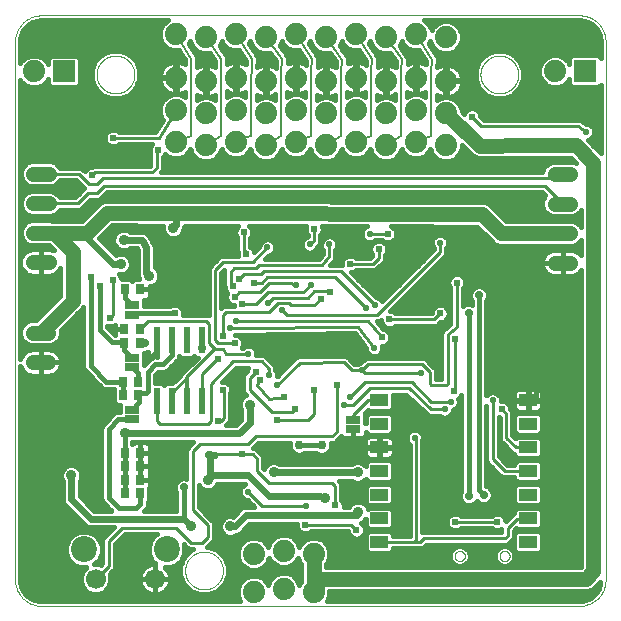
<source format=gbl>
G75*
%MOIN*%
%OFA0B0*%
%FSLAX25Y25*%
%IPPOS*%
%LPD*%
%AMOC8*
5,1,8,0,0,1.08239X$1,22.5*
%
%ADD10C,0.00197*%
%ADD11C,0.00000*%
%ADD12R,0.07400X0.07400*%
%ADD13C,0.07400*%
%ADD14R,0.05000X0.02500*%
%ADD15R,0.02756X0.03543*%
%ADD16C,0.05150*%
%ADD17R,0.05906X0.03937*%
%ADD18C,0.08661*%
%ADD19C,0.06693*%
%ADD20R,0.01600X0.00800*%
%ADD21R,0.00800X0.01600*%
%ADD22R,0.02362X0.08661*%
%ADD23C,0.01600*%
%ADD24C,0.02381*%
%ADD25C,0.02400*%
%ADD26C,0.02800*%
%ADD27C,0.02400*%
%ADD28C,0.03000*%
%ADD29C,0.01800*%
%ADD30C,0.03600*%
%ADD31C,0.01000*%
%ADD32C,0.03562*%
%ADD33C,0.02200*%
%ADD34C,0.01200*%
%ADD35C,0.05000*%
%ADD36C,0.00800*%
D10*
X0036092Y0020644D02*
X0036048Y0020933D01*
X0036018Y0021226D01*
X0035988Y0021520D01*
X0035972Y0021817D01*
X0035972Y0201771D01*
X0035988Y0202068D01*
X0036018Y0202361D01*
X0036048Y0202655D01*
X0036092Y0202944D01*
X0036151Y0203228D01*
X0036209Y0203512D01*
X0036282Y0203791D01*
X0036367Y0204064D01*
X0036453Y0204338D01*
X0036551Y0204606D01*
X0036663Y0204867D01*
X0036774Y0205129D01*
X0036897Y0205384D01*
X0037032Y0205632D01*
X0037167Y0205879D01*
X0037314Y0206120D01*
X0037472Y0206353D01*
X0037629Y0206586D01*
X0037798Y0206811D01*
X0037976Y0207027D01*
X0038155Y0207243D01*
X0038344Y0207451D01*
X0038542Y0207649D01*
X0038740Y0207847D01*
X0038948Y0208036D01*
X0039164Y0208215D01*
X0039381Y0208393D01*
X0039605Y0208562D01*
X0039838Y0208720D01*
X0040071Y0208877D01*
X0040312Y0209024D01*
X0040560Y0209159D01*
X0040808Y0209294D01*
X0041063Y0209418D01*
X0041324Y0209529D01*
X0041585Y0209640D01*
X0041853Y0209738D01*
X0042400Y0209910D01*
X0042680Y0209982D01*
X0042964Y0210041D01*
X0043248Y0210099D01*
X0043537Y0210144D01*
X0044123Y0210204D01*
X0044420Y0210219D01*
X0224374Y0210219D01*
X0224672Y0210204D01*
X0225258Y0210144D01*
X0225547Y0210099D01*
X0225831Y0210041D01*
X0226115Y0209982D01*
X0226394Y0209910D01*
X0226941Y0209738D01*
X0227209Y0209640D01*
X0227471Y0209529D01*
X0227732Y0209418D01*
X0227987Y0209294D01*
X0228483Y0209024D01*
X0228724Y0208877D01*
X0228956Y0208720D01*
X0229189Y0208562D01*
X0229414Y0208393D01*
X0229630Y0208215D01*
X0229847Y0208036D01*
X0230054Y0207847D01*
X0230253Y0207649D01*
X0230451Y0207451D01*
X0230640Y0207243D01*
X0230818Y0207027D01*
X0230997Y0206811D01*
X0231166Y0206586D01*
X0231323Y0206353D01*
X0231481Y0206120D01*
X0231628Y0205879D01*
X0231763Y0205632D01*
X0231898Y0205384D01*
X0232021Y0205129D01*
X0232243Y0204606D01*
X0232342Y0204338D01*
X0232513Y0203791D01*
X0232585Y0203512D01*
X0232644Y0203228D01*
X0232703Y0202944D01*
X0232747Y0202655D01*
X0232777Y0202361D01*
X0232807Y0202068D01*
X0232823Y0201771D01*
X0232823Y0022118D01*
X0232823Y0021817D02*
X0232807Y0021520D01*
X0232777Y0021226D01*
X0232747Y0020933D01*
X0232703Y0020644D01*
X0232644Y0020360D01*
X0232585Y0020076D01*
X0232513Y0019797D01*
X0232428Y0019523D01*
X0232342Y0019250D01*
X0232243Y0018982D01*
X0232132Y0018721D01*
X0232021Y0018459D01*
X0231898Y0018204D01*
X0231628Y0017708D01*
X0231481Y0017468D01*
X0231323Y0017235D01*
X0231166Y0017002D01*
X0230997Y0016777D01*
X0230818Y0016561D01*
X0230640Y0016345D01*
X0230451Y0016137D01*
X0230054Y0015740D01*
X0229847Y0015552D01*
X0229630Y0015373D01*
X0229414Y0015194D01*
X0229189Y0015026D01*
X0228956Y0014868D01*
X0228724Y0014710D01*
X0228483Y0014564D01*
X0227987Y0014294D01*
X0227732Y0014170D01*
X0227471Y0014059D01*
X0227209Y0013948D01*
X0226941Y0013849D01*
X0226394Y0013678D01*
X0226115Y0013606D01*
X0225831Y0013547D01*
X0225547Y0013489D01*
X0225258Y0013444D01*
X0224672Y0013384D01*
X0224374Y0013369D01*
X0044420Y0013369D01*
X0044123Y0013384D01*
X0043537Y0013444D01*
X0043248Y0013489D01*
X0042964Y0013547D01*
X0042680Y0013606D01*
X0042400Y0013678D01*
X0041853Y0013849D01*
X0041585Y0013948D01*
X0041324Y0014059D01*
X0041063Y0014170D01*
X0040808Y0014294D01*
X0040560Y0014429D01*
X0040312Y0014564D01*
X0040071Y0014710D01*
X0039838Y0014868D01*
X0039605Y0015026D01*
X0039381Y0015194D01*
X0039164Y0015373D01*
X0038948Y0015552D01*
X0038740Y0015740D01*
X0038344Y0016137D01*
X0038155Y0016345D01*
X0037976Y0016561D01*
X0037798Y0016777D01*
X0037629Y0017002D01*
X0037472Y0017235D01*
X0037314Y0017468D01*
X0037167Y0017708D01*
X0036897Y0018204D01*
X0036774Y0018459D01*
X0036663Y0018721D01*
X0036551Y0018982D01*
X0036453Y0019250D01*
X0036367Y0019523D01*
X0036282Y0019797D01*
X0036209Y0020076D01*
X0036151Y0020360D01*
X0036092Y0020644D01*
D11*
X0092665Y0025157D02*
X0092667Y0025315D01*
X0092673Y0025473D01*
X0092683Y0025631D01*
X0092697Y0025789D01*
X0092715Y0025946D01*
X0092736Y0026103D01*
X0092762Y0026259D01*
X0092792Y0026415D01*
X0092825Y0026570D01*
X0092863Y0026723D01*
X0092904Y0026876D01*
X0092949Y0027028D01*
X0092998Y0027179D01*
X0093051Y0027328D01*
X0093107Y0027476D01*
X0093167Y0027622D01*
X0093231Y0027767D01*
X0093299Y0027910D01*
X0093370Y0028052D01*
X0093444Y0028192D01*
X0093522Y0028329D01*
X0093604Y0028465D01*
X0093688Y0028599D01*
X0093777Y0028730D01*
X0093868Y0028859D01*
X0093963Y0028986D01*
X0094060Y0029111D01*
X0094161Y0029233D01*
X0094265Y0029352D01*
X0094372Y0029469D01*
X0094482Y0029583D01*
X0094595Y0029694D01*
X0094710Y0029803D01*
X0094828Y0029908D01*
X0094949Y0030010D01*
X0095072Y0030110D01*
X0095198Y0030206D01*
X0095326Y0030299D01*
X0095456Y0030389D01*
X0095589Y0030475D01*
X0095724Y0030559D01*
X0095860Y0030638D01*
X0095999Y0030715D01*
X0096140Y0030787D01*
X0096282Y0030857D01*
X0096426Y0030922D01*
X0096572Y0030984D01*
X0096719Y0031042D01*
X0096868Y0031097D01*
X0097018Y0031148D01*
X0097169Y0031195D01*
X0097321Y0031238D01*
X0097474Y0031277D01*
X0097629Y0031313D01*
X0097784Y0031344D01*
X0097940Y0031372D01*
X0098096Y0031396D01*
X0098253Y0031416D01*
X0098411Y0031432D01*
X0098568Y0031444D01*
X0098727Y0031452D01*
X0098885Y0031456D01*
X0099043Y0031456D01*
X0099201Y0031452D01*
X0099360Y0031444D01*
X0099517Y0031432D01*
X0099675Y0031416D01*
X0099832Y0031396D01*
X0099988Y0031372D01*
X0100144Y0031344D01*
X0100299Y0031313D01*
X0100454Y0031277D01*
X0100607Y0031238D01*
X0100759Y0031195D01*
X0100910Y0031148D01*
X0101060Y0031097D01*
X0101209Y0031042D01*
X0101356Y0030984D01*
X0101502Y0030922D01*
X0101646Y0030857D01*
X0101788Y0030787D01*
X0101929Y0030715D01*
X0102068Y0030638D01*
X0102204Y0030559D01*
X0102339Y0030475D01*
X0102472Y0030389D01*
X0102602Y0030299D01*
X0102730Y0030206D01*
X0102856Y0030110D01*
X0102979Y0030010D01*
X0103100Y0029908D01*
X0103218Y0029803D01*
X0103333Y0029694D01*
X0103446Y0029583D01*
X0103556Y0029469D01*
X0103663Y0029352D01*
X0103767Y0029233D01*
X0103868Y0029111D01*
X0103965Y0028986D01*
X0104060Y0028859D01*
X0104151Y0028730D01*
X0104240Y0028599D01*
X0104324Y0028465D01*
X0104406Y0028329D01*
X0104484Y0028192D01*
X0104558Y0028052D01*
X0104629Y0027910D01*
X0104697Y0027767D01*
X0104761Y0027622D01*
X0104821Y0027476D01*
X0104877Y0027328D01*
X0104930Y0027179D01*
X0104979Y0027028D01*
X0105024Y0026876D01*
X0105065Y0026723D01*
X0105103Y0026570D01*
X0105136Y0026415D01*
X0105166Y0026259D01*
X0105192Y0026103D01*
X0105213Y0025946D01*
X0105231Y0025789D01*
X0105245Y0025631D01*
X0105255Y0025473D01*
X0105261Y0025315D01*
X0105263Y0025157D01*
X0105261Y0024999D01*
X0105255Y0024841D01*
X0105245Y0024683D01*
X0105231Y0024525D01*
X0105213Y0024368D01*
X0105192Y0024211D01*
X0105166Y0024055D01*
X0105136Y0023899D01*
X0105103Y0023744D01*
X0105065Y0023591D01*
X0105024Y0023438D01*
X0104979Y0023286D01*
X0104930Y0023135D01*
X0104877Y0022986D01*
X0104821Y0022838D01*
X0104761Y0022692D01*
X0104697Y0022547D01*
X0104629Y0022404D01*
X0104558Y0022262D01*
X0104484Y0022122D01*
X0104406Y0021985D01*
X0104324Y0021849D01*
X0104240Y0021715D01*
X0104151Y0021584D01*
X0104060Y0021455D01*
X0103965Y0021328D01*
X0103868Y0021203D01*
X0103767Y0021081D01*
X0103663Y0020962D01*
X0103556Y0020845D01*
X0103446Y0020731D01*
X0103333Y0020620D01*
X0103218Y0020511D01*
X0103100Y0020406D01*
X0102979Y0020304D01*
X0102856Y0020204D01*
X0102730Y0020108D01*
X0102602Y0020015D01*
X0102472Y0019925D01*
X0102339Y0019839D01*
X0102204Y0019755D01*
X0102068Y0019676D01*
X0101929Y0019599D01*
X0101788Y0019527D01*
X0101646Y0019457D01*
X0101502Y0019392D01*
X0101356Y0019330D01*
X0101209Y0019272D01*
X0101060Y0019217D01*
X0100910Y0019166D01*
X0100759Y0019119D01*
X0100607Y0019076D01*
X0100454Y0019037D01*
X0100299Y0019001D01*
X0100144Y0018970D01*
X0099988Y0018942D01*
X0099832Y0018918D01*
X0099675Y0018898D01*
X0099517Y0018882D01*
X0099360Y0018870D01*
X0099201Y0018862D01*
X0099043Y0018858D01*
X0098885Y0018858D01*
X0098727Y0018862D01*
X0098568Y0018870D01*
X0098411Y0018882D01*
X0098253Y0018898D01*
X0098096Y0018918D01*
X0097940Y0018942D01*
X0097784Y0018970D01*
X0097629Y0019001D01*
X0097474Y0019037D01*
X0097321Y0019076D01*
X0097169Y0019119D01*
X0097018Y0019166D01*
X0096868Y0019217D01*
X0096719Y0019272D01*
X0096572Y0019330D01*
X0096426Y0019392D01*
X0096282Y0019457D01*
X0096140Y0019527D01*
X0095999Y0019599D01*
X0095860Y0019676D01*
X0095724Y0019755D01*
X0095589Y0019839D01*
X0095456Y0019925D01*
X0095326Y0020015D01*
X0095198Y0020108D01*
X0095072Y0020204D01*
X0094949Y0020304D01*
X0094828Y0020406D01*
X0094710Y0020511D01*
X0094595Y0020620D01*
X0094482Y0020731D01*
X0094372Y0020845D01*
X0094265Y0020962D01*
X0094161Y0021081D01*
X0094060Y0021203D01*
X0093963Y0021328D01*
X0093868Y0021455D01*
X0093777Y0021584D01*
X0093688Y0021715D01*
X0093604Y0021849D01*
X0093522Y0021985D01*
X0093444Y0022122D01*
X0093370Y0022262D01*
X0093299Y0022404D01*
X0093231Y0022547D01*
X0093167Y0022692D01*
X0093107Y0022838D01*
X0093051Y0022986D01*
X0092998Y0023135D01*
X0092949Y0023286D01*
X0092904Y0023438D01*
X0092863Y0023591D01*
X0092825Y0023744D01*
X0092792Y0023899D01*
X0092762Y0024055D01*
X0092736Y0024211D01*
X0092715Y0024368D01*
X0092697Y0024525D01*
X0092683Y0024683D01*
X0092673Y0024841D01*
X0092667Y0024999D01*
X0092665Y0025157D01*
X0182519Y0030008D02*
X0182521Y0030089D01*
X0182527Y0030171D01*
X0182537Y0030252D01*
X0182551Y0030332D01*
X0182568Y0030411D01*
X0182590Y0030490D01*
X0182615Y0030567D01*
X0182644Y0030644D01*
X0182677Y0030718D01*
X0182714Y0030791D01*
X0182753Y0030862D01*
X0182797Y0030931D01*
X0182843Y0030998D01*
X0182893Y0031062D01*
X0182946Y0031124D01*
X0183002Y0031184D01*
X0183060Y0031240D01*
X0183122Y0031294D01*
X0183186Y0031345D01*
X0183252Y0031392D01*
X0183320Y0031436D01*
X0183391Y0031477D01*
X0183463Y0031514D01*
X0183538Y0031548D01*
X0183613Y0031578D01*
X0183691Y0031604D01*
X0183769Y0031627D01*
X0183848Y0031645D01*
X0183928Y0031660D01*
X0184009Y0031671D01*
X0184090Y0031678D01*
X0184172Y0031681D01*
X0184253Y0031680D01*
X0184334Y0031675D01*
X0184415Y0031666D01*
X0184496Y0031653D01*
X0184576Y0031636D01*
X0184654Y0031616D01*
X0184732Y0031591D01*
X0184809Y0031563D01*
X0184884Y0031531D01*
X0184957Y0031496D01*
X0185028Y0031457D01*
X0185098Y0031414D01*
X0185165Y0031369D01*
X0185231Y0031320D01*
X0185293Y0031268D01*
X0185353Y0031212D01*
X0185410Y0031154D01*
X0185465Y0031094D01*
X0185516Y0031030D01*
X0185564Y0030965D01*
X0185609Y0030897D01*
X0185651Y0030827D01*
X0185689Y0030755D01*
X0185724Y0030681D01*
X0185755Y0030606D01*
X0185782Y0030529D01*
X0185805Y0030451D01*
X0185825Y0030372D01*
X0185841Y0030292D01*
X0185853Y0030211D01*
X0185861Y0030130D01*
X0185865Y0030049D01*
X0185865Y0029967D01*
X0185861Y0029886D01*
X0185853Y0029805D01*
X0185841Y0029724D01*
X0185825Y0029644D01*
X0185805Y0029565D01*
X0185782Y0029487D01*
X0185755Y0029410D01*
X0185724Y0029335D01*
X0185689Y0029261D01*
X0185651Y0029189D01*
X0185609Y0029119D01*
X0185564Y0029051D01*
X0185516Y0028986D01*
X0185465Y0028922D01*
X0185410Y0028862D01*
X0185353Y0028804D01*
X0185293Y0028748D01*
X0185231Y0028696D01*
X0185165Y0028647D01*
X0185098Y0028602D01*
X0185029Y0028559D01*
X0184957Y0028520D01*
X0184884Y0028485D01*
X0184809Y0028453D01*
X0184732Y0028425D01*
X0184654Y0028400D01*
X0184576Y0028380D01*
X0184496Y0028363D01*
X0184415Y0028350D01*
X0184334Y0028341D01*
X0184253Y0028336D01*
X0184172Y0028335D01*
X0184090Y0028338D01*
X0184009Y0028345D01*
X0183928Y0028356D01*
X0183848Y0028371D01*
X0183769Y0028389D01*
X0183691Y0028412D01*
X0183613Y0028438D01*
X0183538Y0028468D01*
X0183463Y0028502D01*
X0183391Y0028539D01*
X0183320Y0028580D01*
X0183252Y0028624D01*
X0183186Y0028671D01*
X0183122Y0028722D01*
X0183060Y0028776D01*
X0183002Y0028832D01*
X0182946Y0028892D01*
X0182893Y0028954D01*
X0182843Y0029018D01*
X0182797Y0029085D01*
X0182753Y0029154D01*
X0182714Y0029225D01*
X0182677Y0029298D01*
X0182644Y0029372D01*
X0182615Y0029449D01*
X0182590Y0029526D01*
X0182568Y0029605D01*
X0182551Y0029684D01*
X0182537Y0029764D01*
X0182527Y0029845D01*
X0182521Y0029927D01*
X0182519Y0030008D01*
X0197479Y0030008D02*
X0197481Y0030089D01*
X0197487Y0030171D01*
X0197497Y0030252D01*
X0197511Y0030332D01*
X0197528Y0030411D01*
X0197550Y0030490D01*
X0197575Y0030567D01*
X0197604Y0030644D01*
X0197637Y0030718D01*
X0197674Y0030791D01*
X0197713Y0030862D01*
X0197757Y0030931D01*
X0197803Y0030998D01*
X0197853Y0031062D01*
X0197906Y0031124D01*
X0197962Y0031184D01*
X0198020Y0031240D01*
X0198082Y0031294D01*
X0198146Y0031345D01*
X0198212Y0031392D01*
X0198280Y0031436D01*
X0198351Y0031477D01*
X0198423Y0031514D01*
X0198498Y0031548D01*
X0198573Y0031578D01*
X0198651Y0031604D01*
X0198729Y0031627D01*
X0198808Y0031645D01*
X0198888Y0031660D01*
X0198969Y0031671D01*
X0199050Y0031678D01*
X0199132Y0031681D01*
X0199213Y0031680D01*
X0199294Y0031675D01*
X0199375Y0031666D01*
X0199456Y0031653D01*
X0199536Y0031636D01*
X0199614Y0031616D01*
X0199692Y0031591D01*
X0199769Y0031563D01*
X0199844Y0031531D01*
X0199917Y0031496D01*
X0199988Y0031457D01*
X0200058Y0031414D01*
X0200125Y0031369D01*
X0200191Y0031320D01*
X0200253Y0031268D01*
X0200313Y0031212D01*
X0200370Y0031154D01*
X0200425Y0031094D01*
X0200476Y0031030D01*
X0200524Y0030965D01*
X0200569Y0030897D01*
X0200611Y0030827D01*
X0200649Y0030755D01*
X0200684Y0030681D01*
X0200715Y0030606D01*
X0200742Y0030529D01*
X0200765Y0030451D01*
X0200785Y0030372D01*
X0200801Y0030292D01*
X0200813Y0030211D01*
X0200821Y0030130D01*
X0200825Y0030049D01*
X0200825Y0029967D01*
X0200821Y0029886D01*
X0200813Y0029805D01*
X0200801Y0029724D01*
X0200785Y0029644D01*
X0200765Y0029565D01*
X0200742Y0029487D01*
X0200715Y0029410D01*
X0200684Y0029335D01*
X0200649Y0029261D01*
X0200611Y0029189D01*
X0200569Y0029119D01*
X0200524Y0029051D01*
X0200476Y0028986D01*
X0200425Y0028922D01*
X0200370Y0028862D01*
X0200313Y0028804D01*
X0200253Y0028748D01*
X0200191Y0028696D01*
X0200125Y0028647D01*
X0200058Y0028602D01*
X0199989Y0028559D01*
X0199917Y0028520D01*
X0199844Y0028485D01*
X0199769Y0028453D01*
X0199692Y0028425D01*
X0199614Y0028400D01*
X0199536Y0028380D01*
X0199456Y0028363D01*
X0199375Y0028350D01*
X0199294Y0028341D01*
X0199213Y0028336D01*
X0199132Y0028335D01*
X0199050Y0028338D01*
X0198969Y0028345D01*
X0198888Y0028356D01*
X0198808Y0028371D01*
X0198729Y0028389D01*
X0198651Y0028412D01*
X0198573Y0028438D01*
X0198498Y0028468D01*
X0198423Y0028502D01*
X0198351Y0028539D01*
X0198280Y0028580D01*
X0198212Y0028624D01*
X0198146Y0028671D01*
X0198082Y0028722D01*
X0198020Y0028776D01*
X0197962Y0028832D01*
X0197906Y0028892D01*
X0197853Y0028954D01*
X0197803Y0029018D01*
X0197757Y0029085D01*
X0197713Y0029154D01*
X0197674Y0029225D01*
X0197637Y0029298D01*
X0197604Y0029372D01*
X0197575Y0029449D01*
X0197550Y0029526D01*
X0197528Y0029605D01*
X0197511Y0029684D01*
X0197497Y0029764D01*
X0197487Y0029845D01*
X0197481Y0029927D01*
X0197479Y0030008D01*
X0191091Y0190512D02*
X0191093Y0190670D01*
X0191099Y0190828D01*
X0191109Y0190986D01*
X0191123Y0191144D01*
X0191141Y0191301D01*
X0191162Y0191458D01*
X0191188Y0191614D01*
X0191218Y0191770D01*
X0191251Y0191925D01*
X0191289Y0192078D01*
X0191330Y0192231D01*
X0191375Y0192383D01*
X0191424Y0192534D01*
X0191477Y0192683D01*
X0191533Y0192831D01*
X0191593Y0192977D01*
X0191657Y0193122D01*
X0191725Y0193265D01*
X0191796Y0193407D01*
X0191870Y0193547D01*
X0191948Y0193684D01*
X0192030Y0193820D01*
X0192114Y0193954D01*
X0192203Y0194085D01*
X0192294Y0194214D01*
X0192389Y0194341D01*
X0192486Y0194466D01*
X0192587Y0194588D01*
X0192691Y0194707D01*
X0192798Y0194824D01*
X0192908Y0194938D01*
X0193021Y0195049D01*
X0193136Y0195158D01*
X0193254Y0195263D01*
X0193375Y0195365D01*
X0193498Y0195465D01*
X0193624Y0195561D01*
X0193752Y0195654D01*
X0193882Y0195744D01*
X0194015Y0195830D01*
X0194150Y0195914D01*
X0194286Y0195993D01*
X0194425Y0196070D01*
X0194566Y0196142D01*
X0194708Y0196212D01*
X0194852Y0196277D01*
X0194998Y0196339D01*
X0195145Y0196397D01*
X0195294Y0196452D01*
X0195444Y0196503D01*
X0195595Y0196550D01*
X0195747Y0196593D01*
X0195900Y0196632D01*
X0196055Y0196668D01*
X0196210Y0196699D01*
X0196366Y0196727D01*
X0196522Y0196751D01*
X0196679Y0196771D01*
X0196837Y0196787D01*
X0196994Y0196799D01*
X0197153Y0196807D01*
X0197311Y0196811D01*
X0197469Y0196811D01*
X0197627Y0196807D01*
X0197786Y0196799D01*
X0197943Y0196787D01*
X0198101Y0196771D01*
X0198258Y0196751D01*
X0198414Y0196727D01*
X0198570Y0196699D01*
X0198725Y0196668D01*
X0198880Y0196632D01*
X0199033Y0196593D01*
X0199185Y0196550D01*
X0199336Y0196503D01*
X0199486Y0196452D01*
X0199635Y0196397D01*
X0199782Y0196339D01*
X0199928Y0196277D01*
X0200072Y0196212D01*
X0200214Y0196142D01*
X0200355Y0196070D01*
X0200494Y0195993D01*
X0200630Y0195914D01*
X0200765Y0195830D01*
X0200898Y0195744D01*
X0201028Y0195654D01*
X0201156Y0195561D01*
X0201282Y0195465D01*
X0201405Y0195365D01*
X0201526Y0195263D01*
X0201644Y0195158D01*
X0201759Y0195049D01*
X0201872Y0194938D01*
X0201982Y0194824D01*
X0202089Y0194707D01*
X0202193Y0194588D01*
X0202294Y0194466D01*
X0202391Y0194341D01*
X0202486Y0194214D01*
X0202577Y0194085D01*
X0202666Y0193954D01*
X0202750Y0193820D01*
X0202832Y0193684D01*
X0202910Y0193547D01*
X0202984Y0193407D01*
X0203055Y0193265D01*
X0203123Y0193122D01*
X0203187Y0192977D01*
X0203247Y0192831D01*
X0203303Y0192683D01*
X0203356Y0192534D01*
X0203405Y0192383D01*
X0203450Y0192231D01*
X0203491Y0192078D01*
X0203529Y0191925D01*
X0203562Y0191770D01*
X0203592Y0191614D01*
X0203618Y0191458D01*
X0203639Y0191301D01*
X0203657Y0191144D01*
X0203671Y0190986D01*
X0203681Y0190828D01*
X0203687Y0190670D01*
X0203689Y0190512D01*
X0203687Y0190354D01*
X0203681Y0190196D01*
X0203671Y0190038D01*
X0203657Y0189880D01*
X0203639Y0189723D01*
X0203618Y0189566D01*
X0203592Y0189410D01*
X0203562Y0189254D01*
X0203529Y0189099D01*
X0203491Y0188946D01*
X0203450Y0188793D01*
X0203405Y0188641D01*
X0203356Y0188490D01*
X0203303Y0188341D01*
X0203247Y0188193D01*
X0203187Y0188047D01*
X0203123Y0187902D01*
X0203055Y0187759D01*
X0202984Y0187617D01*
X0202910Y0187477D01*
X0202832Y0187340D01*
X0202750Y0187204D01*
X0202666Y0187070D01*
X0202577Y0186939D01*
X0202486Y0186810D01*
X0202391Y0186683D01*
X0202294Y0186558D01*
X0202193Y0186436D01*
X0202089Y0186317D01*
X0201982Y0186200D01*
X0201872Y0186086D01*
X0201759Y0185975D01*
X0201644Y0185866D01*
X0201526Y0185761D01*
X0201405Y0185659D01*
X0201282Y0185559D01*
X0201156Y0185463D01*
X0201028Y0185370D01*
X0200898Y0185280D01*
X0200765Y0185194D01*
X0200630Y0185110D01*
X0200494Y0185031D01*
X0200355Y0184954D01*
X0200214Y0184882D01*
X0200072Y0184812D01*
X0199928Y0184747D01*
X0199782Y0184685D01*
X0199635Y0184627D01*
X0199486Y0184572D01*
X0199336Y0184521D01*
X0199185Y0184474D01*
X0199033Y0184431D01*
X0198880Y0184392D01*
X0198725Y0184356D01*
X0198570Y0184325D01*
X0198414Y0184297D01*
X0198258Y0184273D01*
X0198101Y0184253D01*
X0197943Y0184237D01*
X0197786Y0184225D01*
X0197627Y0184217D01*
X0197469Y0184213D01*
X0197311Y0184213D01*
X0197153Y0184217D01*
X0196994Y0184225D01*
X0196837Y0184237D01*
X0196679Y0184253D01*
X0196522Y0184273D01*
X0196366Y0184297D01*
X0196210Y0184325D01*
X0196055Y0184356D01*
X0195900Y0184392D01*
X0195747Y0184431D01*
X0195595Y0184474D01*
X0195444Y0184521D01*
X0195294Y0184572D01*
X0195145Y0184627D01*
X0194998Y0184685D01*
X0194852Y0184747D01*
X0194708Y0184812D01*
X0194566Y0184882D01*
X0194425Y0184954D01*
X0194286Y0185031D01*
X0194150Y0185110D01*
X0194015Y0185194D01*
X0193882Y0185280D01*
X0193752Y0185370D01*
X0193624Y0185463D01*
X0193498Y0185559D01*
X0193375Y0185659D01*
X0193254Y0185761D01*
X0193136Y0185866D01*
X0193021Y0185975D01*
X0192908Y0186086D01*
X0192798Y0186200D01*
X0192691Y0186317D01*
X0192587Y0186436D01*
X0192486Y0186558D01*
X0192389Y0186683D01*
X0192294Y0186810D01*
X0192203Y0186939D01*
X0192114Y0187070D01*
X0192030Y0187204D01*
X0191948Y0187340D01*
X0191870Y0187477D01*
X0191796Y0187617D01*
X0191725Y0187759D01*
X0191657Y0187902D01*
X0191593Y0188047D01*
X0191533Y0188193D01*
X0191477Y0188341D01*
X0191424Y0188490D01*
X0191375Y0188641D01*
X0191330Y0188793D01*
X0191289Y0188946D01*
X0191251Y0189099D01*
X0191218Y0189254D01*
X0191188Y0189410D01*
X0191162Y0189566D01*
X0191141Y0189723D01*
X0191123Y0189880D01*
X0191109Y0190038D01*
X0191099Y0190196D01*
X0191093Y0190354D01*
X0191091Y0190512D01*
X0063138Y0190512D02*
X0063140Y0190670D01*
X0063146Y0190828D01*
X0063156Y0190986D01*
X0063170Y0191144D01*
X0063188Y0191301D01*
X0063209Y0191458D01*
X0063235Y0191614D01*
X0063265Y0191770D01*
X0063298Y0191925D01*
X0063336Y0192078D01*
X0063377Y0192231D01*
X0063422Y0192383D01*
X0063471Y0192534D01*
X0063524Y0192683D01*
X0063580Y0192831D01*
X0063640Y0192977D01*
X0063704Y0193122D01*
X0063772Y0193265D01*
X0063843Y0193407D01*
X0063917Y0193547D01*
X0063995Y0193684D01*
X0064077Y0193820D01*
X0064161Y0193954D01*
X0064250Y0194085D01*
X0064341Y0194214D01*
X0064436Y0194341D01*
X0064533Y0194466D01*
X0064634Y0194588D01*
X0064738Y0194707D01*
X0064845Y0194824D01*
X0064955Y0194938D01*
X0065068Y0195049D01*
X0065183Y0195158D01*
X0065301Y0195263D01*
X0065422Y0195365D01*
X0065545Y0195465D01*
X0065671Y0195561D01*
X0065799Y0195654D01*
X0065929Y0195744D01*
X0066062Y0195830D01*
X0066197Y0195914D01*
X0066333Y0195993D01*
X0066472Y0196070D01*
X0066613Y0196142D01*
X0066755Y0196212D01*
X0066899Y0196277D01*
X0067045Y0196339D01*
X0067192Y0196397D01*
X0067341Y0196452D01*
X0067491Y0196503D01*
X0067642Y0196550D01*
X0067794Y0196593D01*
X0067947Y0196632D01*
X0068102Y0196668D01*
X0068257Y0196699D01*
X0068413Y0196727D01*
X0068569Y0196751D01*
X0068726Y0196771D01*
X0068884Y0196787D01*
X0069041Y0196799D01*
X0069200Y0196807D01*
X0069358Y0196811D01*
X0069516Y0196811D01*
X0069674Y0196807D01*
X0069833Y0196799D01*
X0069990Y0196787D01*
X0070148Y0196771D01*
X0070305Y0196751D01*
X0070461Y0196727D01*
X0070617Y0196699D01*
X0070772Y0196668D01*
X0070927Y0196632D01*
X0071080Y0196593D01*
X0071232Y0196550D01*
X0071383Y0196503D01*
X0071533Y0196452D01*
X0071682Y0196397D01*
X0071829Y0196339D01*
X0071975Y0196277D01*
X0072119Y0196212D01*
X0072261Y0196142D01*
X0072402Y0196070D01*
X0072541Y0195993D01*
X0072677Y0195914D01*
X0072812Y0195830D01*
X0072945Y0195744D01*
X0073075Y0195654D01*
X0073203Y0195561D01*
X0073329Y0195465D01*
X0073452Y0195365D01*
X0073573Y0195263D01*
X0073691Y0195158D01*
X0073806Y0195049D01*
X0073919Y0194938D01*
X0074029Y0194824D01*
X0074136Y0194707D01*
X0074240Y0194588D01*
X0074341Y0194466D01*
X0074438Y0194341D01*
X0074533Y0194214D01*
X0074624Y0194085D01*
X0074713Y0193954D01*
X0074797Y0193820D01*
X0074879Y0193684D01*
X0074957Y0193547D01*
X0075031Y0193407D01*
X0075102Y0193265D01*
X0075170Y0193122D01*
X0075234Y0192977D01*
X0075294Y0192831D01*
X0075350Y0192683D01*
X0075403Y0192534D01*
X0075452Y0192383D01*
X0075497Y0192231D01*
X0075538Y0192078D01*
X0075576Y0191925D01*
X0075609Y0191770D01*
X0075639Y0191614D01*
X0075665Y0191458D01*
X0075686Y0191301D01*
X0075704Y0191144D01*
X0075718Y0190986D01*
X0075728Y0190828D01*
X0075734Y0190670D01*
X0075736Y0190512D01*
X0075734Y0190354D01*
X0075728Y0190196D01*
X0075718Y0190038D01*
X0075704Y0189880D01*
X0075686Y0189723D01*
X0075665Y0189566D01*
X0075639Y0189410D01*
X0075609Y0189254D01*
X0075576Y0189099D01*
X0075538Y0188946D01*
X0075497Y0188793D01*
X0075452Y0188641D01*
X0075403Y0188490D01*
X0075350Y0188341D01*
X0075294Y0188193D01*
X0075234Y0188047D01*
X0075170Y0187902D01*
X0075102Y0187759D01*
X0075031Y0187617D01*
X0074957Y0187477D01*
X0074879Y0187340D01*
X0074797Y0187204D01*
X0074713Y0187070D01*
X0074624Y0186939D01*
X0074533Y0186810D01*
X0074438Y0186683D01*
X0074341Y0186558D01*
X0074240Y0186436D01*
X0074136Y0186317D01*
X0074029Y0186200D01*
X0073919Y0186086D01*
X0073806Y0185975D01*
X0073691Y0185866D01*
X0073573Y0185761D01*
X0073452Y0185659D01*
X0073329Y0185559D01*
X0073203Y0185463D01*
X0073075Y0185370D01*
X0072945Y0185280D01*
X0072812Y0185194D01*
X0072677Y0185110D01*
X0072541Y0185031D01*
X0072402Y0184954D01*
X0072261Y0184882D01*
X0072119Y0184812D01*
X0071975Y0184747D01*
X0071829Y0184685D01*
X0071682Y0184627D01*
X0071533Y0184572D01*
X0071383Y0184521D01*
X0071232Y0184474D01*
X0071080Y0184431D01*
X0070927Y0184392D01*
X0070772Y0184356D01*
X0070617Y0184325D01*
X0070461Y0184297D01*
X0070305Y0184273D01*
X0070148Y0184253D01*
X0069990Y0184237D01*
X0069833Y0184225D01*
X0069674Y0184217D01*
X0069516Y0184213D01*
X0069358Y0184213D01*
X0069200Y0184217D01*
X0069041Y0184225D01*
X0068884Y0184237D01*
X0068726Y0184253D01*
X0068569Y0184273D01*
X0068413Y0184297D01*
X0068257Y0184325D01*
X0068102Y0184356D01*
X0067947Y0184392D01*
X0067794Y0184431D01*
X0067642Y0184474D01*
X0067491Y0184521D01*
X0067341Y0184572D01*
X0067192Y0184627D01*
X0067045Y0184685D01*
X0066899Y0184747D01*
X0066755Y0184812D01*
X0066613Y0184882D01*
X0066472Y0184954D01*
X0066333Y0185031D01*
X0066197Y0185110D01*
X0066062Y0185194D01*
X0065929Y0185280D01*
X0065799Y0185370D01*
X0065671Y0185463D01*
X0065545Y0185559D01*
X0065422Y0185659D01*
X0065301Y0185761D01*
X0065183Y0185866D01*
X0065068Y0185975D01*
X0064955Y0186086D01*
X0064845Y0186200D01*
X0064738Y0186317D01*
X0064634Y0186436D01*
X0064533Y0186558D01*
X0064436Y0186683D01*
X0064341Y0186810D01*
X0064250Y0186939D01*
X0064161Y0187070D01*
X0064077Y0187204D01*
X0063995Y0187340D01*
X0063917Y0187477D01*
X0063843Y0187617D01*
X0063772Y0187759D01*
X0063704Y0187902D01*
X0063640Y0188047D01*
X0063580Y0188193D01*
X0063524Y0188341D01*
X0063471Y0188490D01*
X0063422Y0188641D01*
X0063377Y0188793D01*
X0063336Y0188946D01*
X0063298Y0189099D01*
X0063265Y0189254D01*
X0063235Y0189410D01*
X0063209Y0189566D01*
X0063188Y0189723D01*
X0063170Y0189880D01*
X0063156Y0190038D01*
X0063146Y0190196D01*
X0063140Y0190354D01*
X0063138Y0190512D01*
D12*
X0052266Y0191509D03*
X0225978Y0191546D03*
D13*
X0215978Y0191546D03*
X0179592Y0188383D03*
X0169592Y0189383D03*
X0159592Y0188383D03*
X0149592Y0189383D03*
X0139592Y0188383D03*
X0129592Y0189383D03*
X0119592Y0188383D03*
X0109592Y0189383D03*
X0099592Y0188383D03*
X0089592Y0189383D03*
X0089592Y0178583D03*
X0099592Y0177583D03*
X0109592Y0178583D03*
X0119592Y0177583D03*
X0129592Y0178583D03*
X0129592Y0167883D03*
X0119592Y0166883D03*
X0109592Y0167883D03*
X0099592Y0166883D03*
X0089592Y0167883D03*
X0099572Y0202920D03*
X0089572Y0203920D03*
X0109572Y0203920D03*
X0119572Y0202920D03*
X0129572Y0203920D03*
X0139572Y0202920D03*
X0149572Y0203920D03*
X0159572Y0202920D03*
X0169572Y0203920D03*
X0179572Y0202920D03*
X0179592Y0177583D03*
X0169592Y0178583D03*
X0159592Y0177583D03*
X0149592Y0178583D03*
X0139592Y0177583D03*
X0149592Y0167883D03*
X0139592Y0166883D03*
X0159592Y0166883D03*
X0169592Y0167883D03*
X0179592Y0166883D03*
X0042266Y0191509D03*
X0125452Y0031686D03*
X0115452Y0030686D03*
X0115452Y0018088D03*
X0125452Y0019088D03*
X0135452Y0018088D03*
X0135452Y0030686D03*
D14*
X0148672Y0072268D03*
X0148672Y0075471D03*
X0074972Y0075522D03*
X0074972Y0078725D03*
X0074972Y0092922D03*
X0074972Y0096125D03*
X0074972Y0110422D03*
X0074972Y0113625D03*
D15*
X0072613Y0118846D03*
X0077731Y0118846D03*
X0077531Y0105546D03*
X0077531Y0100946D03*
X0072413Y0100946D03*
X0072413Y0105546D03*
X0071913Y0088146D03*
X0071913Y0083746D03*
X0077031Y0083746D03*
X0077031Y0088146D03*
X0077731Y0064346D03*
X0077731Y0059846D03*
X0077731Y0055346D03*
X0077731Y0050846D03*
X0072613Y0050846D03*
X0072613Y0055346D03*
X0072613Y0059846D03*
X0072613Y0064346D03*
D16*
X0047047Y0094546D02*
X0041897Y0094546D01*
X0041897Y0104389D02*
X0047047Y0104389D01*
X0047147Y0127846D02*
X0041997Y0127846D01*
X0041997Y0137689D02*
X0047147Y0137689D01*
X0047147Y0147531D02*
X0041997Y0147531D01*
X0041997Y0157374D02*
X0047147Y0157374D01*
X0215897Y0157274D02*
X0221047Y0157274D01*
X0221047Y0147431D02*
X0215897Y0147431D01*
X0215897Y0137589D02*
X0221047Y0137589D01*
X0221047Y0127746D02*
X0215897Y0127746D01*
D17*
X0206991Y0081939D03*
X0206991Y0074065D03*
X0206991Y0066191D03*
X0206991Y0058317D03*
X0206991Y0050443D03*
X0206991Y0042569D03*
X0206991Y0034694D03*
X0157385Y0034694D03*
X0157385Y0042569D03*
X0157385Y0050443D03*
X0157385Y0058317D03*
X0157385Y0066191D03*
X0157385Y0074065D03*
X0157385Y0081939D03*
D18*
X0086452Y0032189D03*
X0058893Y0032189D03*
D19*
X0062830Y0022346D03*
X0082515Y0022346D03*
D20*
X0102672Y0063446D03*
X0102672Y0064246D03*
D21*
X0101072Y0063846D03*
X0100272Y0063846D03*
D22*
X0098172Y0081610D03*
X0093172Y0081610D03*
X0088172Y0081610D03*
X0083172Y0081610D03*
X0083172Y0102083D03*
X0088172Y0102083D03*
X0093172Y0102083D03*
X0098172Y0102083D03*
D23*
X0098172Y0099346D01*
X0096866Y0096152D02*
X0092761Y0092046D01*
X0090972Y0090258D01*
X0090972Y0090116D01*
X0088397Y0087541D01*
X0086328Y0087541D01*
X0085672Y0086885D01*
X0085016Y0087541D01*
X0082772Y0087541D01*
X0082772Y0090482D01*
X0083696Y0091446D01*
X0085650Y0091446D01*
X0086532Y0091812D01*
X0087207Y0092487D01*
X0090207Y0095487D01*
X0090572Y0096369D01*
X0090572Y0096708D01*
X0090672Y0096808D01*
X0091328Y0096152D01*
X0095016Y0096152D01*
X0095672Y0096808D01*
X0096328Y0096152D01*
X0096866Y0096152D01*
X0096011Y0096469D02*
X0095333Y0096469D01*
X0095585Y0094871D02*
X0089590Y0094871D01*
X0090572Y0096469D02*
X0091011Y0096469D01*
X0088172Y0096846D02*
X0085172Y0093846D01*
X0082672Y0093846D01*
X0080372Y0091446D01*
X0080372Y0084946D01*
X0079672Y0084346D01*
X0077931Y0084346D01*
X0077031Y0083746D01*
X0077431Y0081184D01*
X0074972Y0078725D01*
X0074972Y0075522D02*
X0070347Y0075522D01*
X0067172Y0072346D01*
X0067172Y0049346D01*
X0070672Y0045846D01*
X0076272Y0045846D01*
X0077772Y0047346D01*
X0077772Y0050806D01*
X0077731Y0050846D01*
X0080709Y0050112D02*
X0089772Y0050112D01*
X0089772Y0051004D02*
X0089772Y0045146D01*
X0078966Y0045146D01*
X0079132Y0045312D01*
X0079807Y0045987D01*
X0080172Y0046869D01*
X0080172Y0047875D01*
X0080709Y0048412D01*
X0080709Y0052746D01*
X0080787Y0052880D01*
X0080909Y0053338D01*
X0080909Y0055346D01*
X0077731Y0055346D01*
X0077731Y0055347D01*
X0077731Y0056275D01*
X0077731Y0059846D01*
X0077731Y0059846D01*
X0077731Y0055347D01*
X0077731Y0055347D01*
X0080909Y0055347D01*
X0080909Y0057355D01*
X0080845Y0057596D01*
X0080909Y0057838D01*
X0080909Y0059846D01*
X0077731Y0059846D01*
X0077731Y0059847D01*
X0077731Y0063418D01*
X0077731Y0064346D01*
X0077731Y0064346D01*
X0077731Y0059847D01*
X0077731Y0059847D01*
X0080909Y0059847D01*
X0080909Y0061855D01*
X0080845Y0062096D01*
X0080909Y0062338D01*
X0080909Y0064346D01*
X0077731Y0064346D01*
X0077731Y0064347D01*
X0077731Y0067918D01*
X0076116Y0067918D01*
X0075659Y0067795D01*
X0075248Y0067558D01*
X0075046Y0067357D01*
X0075052Y0068046D01*
X0095402Y0068046D01*
X0094302Y0066946D01*
X0093072Y0065716D01*
X0093072Y0055721D01*
X0092769Y0055846D01*
X0091575Y0055846D01*
X0090473Y0055390D01*
X0089629Y0054546D01*
X0089172Y0053443D01*
X0089172Y0052250D01*
X0089629Y0051147D01*
X0089772Y0051004D01*
X0089395Y0051711D02*
X0080709Y0051711D01*
X0080902Y0053309D02*
X0089172Y0053309D01*
X0089991Y0054908D02*
X0080909Y0054908D01*
X0080909Y0056506D02*
X0093072Y0056506D01*
X0093072Y0058105D02*
X0080909Y0058105D01*
X0080909Y0059703D02*
X0093072Y0059703D01*
X0093072Y0061302D02*
X0080909Y0061302D01*
X0080909Y0062900D02*
X0093072Y0062900D01*
X0093072Y0064499D02*
X0080909Y0064499D01*
X0080909Y0064347D02*
X0080909Y0066355D01*
X0080787Y0066813D01*
X0080550Y0067223D01*
X0080214Y0067558D01*
X0079804Y0067795D01*
X0079346Y0067918D01*
X0077731Y0067918D01*
X0077731Y0064347D01*
X0077731Y0064347D01*
X0080909Y0064347D01*
X0080909Y0066097D02*
X0093453Y0066097D01*
X0095052Y0067696D02*
X0079976Y0067696D01*
X0077731Y0067696D02*
X0077731Y0067696D01*
X0077731Y0066097D02*
X0077731Y0066097D01*
X0077731Y0064499D02*
X0077731Y0064499D01*
X0077731Y0062900D02*
X0077731Y0062900D01*
X0077731Y0061302D02*
X0077731Y0061302D01*
X0077731Y0059703D02*
X0077731Y0059703D01*
X0077731Y0058105D02*
X0077731Y0058105D01*
X0077731Y0056506D02*
X0077731Y0056506D01*
X0072613Y0055346D02*
X0072613Y0050846D01*
X0072613Y0055346D02*
X0072613Y0059846D01*
X0072613Y0064346D01*
X0072631Y0065306D01*
X0072672Y0070846D01*
X0075049Y0067696D02*
X0075486Y0067696D01*
X0067120Y0075688D02*
X0037671Y0075688D01*
X0037671Y0074090D02*
X0065522Y0074090D01*
X0065138Y0073706D02*
X0064772Y0072824D01*
X0064772Y0048869D01*
X0065138Y0047987D01*
X0067978Y0045146D01*
X0062332Y0045146D01*
X0057472Y0050006D01*
X0057472Y0054838D01*
X0057555Y0054921D01*
X0058072Y0056170D01*
X0058072Y0057523D01*
X0057555Y0058772D01*
X0056598Y0059729D01*
X0055348Y0060246D01*
X0053996Y0060246D01*
X0052746Y0059729D01*
X0051790Y0058772D01*
X0051272Y0057523D01*
X0051272Y0056170D01*
X0051790Y0054921D01*
X0051872Y0054838D01*
X0051872Y0048289D01*
X0052298Y0047260D01*
X0058798Y0040760D01*
X0059586Y0039973D01*
X0060615Y0039546D01*
X0068902Y0039546D01*
X0065072Y0035716D01*
X0065072Y0027559D01*
X0064516Y0027002D01*
X0063814Y0027293D01*
X0062384Y0027293D01*
X0063920Y0028829D01*
X0064823Y0031009D01*
X0064823Y0033369D01*
X0063920Y0035548D01*
X0062252Y0037217D01*
X0060072Y0038120D01*
X0057713Y0038120D01*
X0055533Y0037217D01*
X0053865Y0035548D01*
X0052962Y0033369D01*
X0052962Y0031009D01*
X0053865Y0028829D01*
X0055533Y0027161D01*
X0057713Y0026258D01*
X0059746Y0026258D01*
X0058636Y0025148D01*
X0057883Y0023330D01*
X0057883Y0021363D01*
X0058636Y0019545D01*
X0060028Y0018153D01*
X0061846Y0017400D01*
X0063814Y0017400D01*
X0065632Y0018153D01*
X0067023Y0019545D01*
X0067776Y0021363D01*
X0067776Y0023330D01*
X0067485Y0024032D01*
X0068042Y0024589D01*
X0069272Y0025819D01*
X0069272Y0033977D01*
X0072542Y0037246D01*
X0083164Y0037246D01*
X0083092Y0037217D01*
X0081424Y0035548D01*
X0080521Y0033369D01*
X0080521Y0031009D01*
X0081424Y0028829D01*
X0082760Y0027493D01*
X0082515Y0027493D01*
X0082515Y0022347D01*
X0082515Y0022347D01*
X0087661Y0022347D01*
X0087661Y0022751D01*
X0087534Y0023552D01*
X0087284Y0024322D01*
X0086916Y0025044D01*
X0086440Y0025699D01*
X0085881Y0026258D01*
X0087631Y0026258D01*
X0089811Y0027161D01*
X0091480Y0028829D01*
X0092382Y0031009D01*
X0092382Y0033369D01*
X0092172Y0033877D01*
X0092572Y0033477D01*
X0092572Y0033477D01*
X0093802Y0032246D01*
X0095437Y0032246D01*
X0094490Y0031854D01*
X0092268Y0029632D01*
X0091065Y0026729D01*
X0091065Y0023586D01*
X0092268Y0020683D01*
X0094490Y0018461D01*
X0097393Y0017258D01*
X0100536Y0017258D01*
X0103439Y0018461D01*
X0105661Y0020683D01*
X0106864Y0023586D01*
X0106864Y0026729D01*
X0105661Y0029632D01*
X0103439Y0031854D01*
X0100536Y0033057D01*
X0099852Y0033057D01*
X0100272Y0033477D01*
X0102272Y0035477D01*
X0102272Y0041216D01*
X0101042Y0042446D01*
X0097272Y0046216D01*
X0097272Y0053512D01*
X0097306Y0053431D01*
X0098257Y0052480D01*
X0099500Y0051965D01*
X0100845Y0051965D01*
X0102087Y0052480D01*
X0103039Y0053431D01*
X0103293Y0054046D01*
X0112512Y0054046D01*
X0112695Y0053864D01*
X0112143Y0053635D01*
X0111383Y0052876D01*
X0110972Y0051884D01*
X0110972Y0050809D01*
X0111383Y0049817D01*
X0112143Y0049058D01*
X0113135Y0048646D01*
X0113402Y0048646D01*
X0115702Y0046346D01*
X0112375Y0046346D01*
X0111346Y0045920D01*
X0108578Y0043152D01*
X0108348Y0043246D01*
X0106996Y0043246D01*
X0105746Y0042729D01*
X0104790Y0041772D01*
X0104272Y0040523D01*
X0104272Y0039170D01*
X0104790Y0037921D01*
X0105746Y0036964D01*
X0106996Y0036446D01*
X0108348Y0036446D01*
X0109598Y0036964D01*
X0109680Y0037046D01*
X0109789Y0037046D01*
X0110818Y0037473D01*
X0114092Y0040746D01*
X0129872Y0040746D01*
X0129872Y0039789D01*
X0130298Y0038760D01*
X0131086Y0037973D01*
X0132115Y0037546D01*
X0133229Y0037546D01*
X0134258Y0037973D01*
X0134532Y0038246D01*
X0146972Y0038246D01*
X0146972Y0038059D01*
X0147398Y0037030D01*
X0148186Y0036243D01*
X0149215Y0035816D01*
X0150329Y0035816D01*
X0151358Y0036243D01*
X0152146Y0037030D01*
X0152572Y0038059D01*
X0152572Y0039173D01*
X0152146Y0040203D01*
X0151358Y0040990D01*
X0151335Y0041000D01*
X0151457Y0041090D01*
X0151658Y0041173D01*
X0151902Y0041416D01*
X0152180Y0041621D01*
X0152292Y0041807D01*
X0152446Y0041960D01*
X0152553Y0042219D01*
X0152832Y0042498D01*
X0152832Y0039937D01*
X0153769Y0039000D01*
X0161000Y0039000D01*
X0161938Y0039937D01*
X0161938Y0045200D01*
X0161000Y0046137D01*
X0153769Y0046137D01*
X0153471Y0045839D01*
X0153135Y0046652D01*
X0152178Y0047609D01*
X0150928Y0048126D01*
X0149576Y0048126D01*
X0148326Y0047609D01*
X0147370Y0046652D01*
X0147243Y0046346D01*
X0145472Y0046346D01*
X0145472Y0047403D01*
X0145046Y0048433D01*
X0144772Y0048706D01*
X0144772Y0054216D01*
X0143942Y0055046D01*
X0148164Y0055046D01*
X0148246Y0054964D01*
X0149496Y0054446D01*
X0150848Y0054446D01*
X0152098Y0054964D01*
X0152832Y0055698D01*
X0152832Y0055685D01*
X0153769Y0054748D01*
X0161000Y0054748D01*
X0161938Y0055685D01*
X0161938Y0060948D01*
X0161000Y0061885D01*
X0153769Y0061885D01*
X0152832Y0060948D01*
X0152832Y0059995D01*
X0152098Y0060729D01*
X0150848Y0061246D01*
X0149496Y0061246D01*
X0148246Y0060729D01*
X0148164Y0060646D01*
X0124154Y0060646D01*
X0124087Y0060713D01*
X0122845Y0061228D01*
X0121500Y0061228D01*
X0120257Y0060713D01*
X0119306Y0059762D01*
X0118990Y0058999D01*
X0118772Y0059216D01*
X0118772Y0063216D01*
X0117542Y0064446D01*
X0116042Y0065946D01*
X0115242Y0065946D01*
X0115772Y0066477D01*
X0117042Y0067746D01*
X0127690Y0067746D01*
X0127572Y0067463D01*
X0127572Y0066230D01*
X0128044Y0065090D01*
X0128916Y0064218D01*
X0130056Y0063746D01*
X0131289Y0063746D01*
X0132428Y0064218D01*
X0132556Y0064346D01*
X0136288Y0064346D01*
X0136416Y0064218D01*
X0137556Y0063746D01*
X0138789Y0063746D01*
X0139928Y0064218D01*
X0140800Y0065090D01*
X0141272Y0066230D01*
X0141272Y0067463D01*
X0141155Y0067746D01*
X0142542Y0067746D01*
X0143772Y0068977D01*
X0144723Y0069928D01*
X0144732Y0069913D01*
X0145067Y0069578D01*
X0145477Y0069341D01*
X0145935Y0069218D01*
X0148672Y0069218D01*
X0148672Y0072268D01*
X0148672Y0072268D01*
X0148672Y0069218D01*
X0151409Y0069218D01*
X0151867Y0069341D01*
X0152277Y0069578D01*
X0152613Y0069913D01*
X0152850Y0070323D01*
X0152972Y0070781D01*
X0152972Y0071293D01*
X0153769Y0070496D01*
X0161000Y0070496D01*
X0161938Y0071433D01*
X0161938Y0076696D01*
X0161000Y0077633D01*
X0153769Y0077633D01*
X0152832Y0076696D01*
X0152832Y0074243D01*
X0152772Y0074347D01*
X0152772Y0077384D01*
X0152476Y0077680D01*
X0153467Y0078672D01*
X0153769Y0078370D01*
X0161000Y0078370D01*
X0161938Y0079307D01*
X0161938Y0083746D01*
X0166344Y0083746D01*
X0173213Y0077336D01*
X0173802Y0076746D01*
X0173844Y0076746D01*
X0173875Y0076718D01*
X0174708Y0076746D01*
X0177454Y0076746D01*
X0177643Y0076558D01*
X0178635Y0076146D01*
X0179709Y0076146D01*
X0180702Y0076558D01*
X0181461Y0077317D01*
X0181872Y0078309D01*
X0181872Y0078714D01*
X0182702Y0079058D01*
X0183461Y0079817D01*
X0183872Y0080809D01*
X0183872Y0081884D01*
X0183647Y0082427D01*
X0183758Y0082473D01*
X0184546Y0083260D01*
X0184772Y0083807D01*
X0184772Y0051689D01*
X0184629Y0051546D01*
X0184172Y0050443D01*
X0184172Y0049250D01*
X0184629Y0048147D01*
X0185473Y0047303D01*
X0186575Y0046846D01*
X0187769Y0046846D01*
X0188872Y0047303D01*
X0189715Y0048147D01*
X0189837Y0048439D01*
X0190473Y0047803D01*
X0191575Y0047346D01*
X0192769Y0047346D01*
X0193872Y0047803D01*
X0194715Y0048647D01*
X0195172Y0049750D01*
X0195172Y0050943D01*
X0194715Y0052046D01*
X0193872Y0052890D01*
X0193072Y0053221D01*
X0193072Y0080128D01*
X0193072Y0061477D01*
X0197102Y0057447D01*
X0198332Y0056217D01*
X0202438Y0056217D01*
X0202438Y0055685D01*
X0203376Y0054748D01*
X0210607Y0054748D01*
X0211544Y0055685D01*
X0211544Y0060948D01*
X0210607Y0061885D01*
X0203376Y0061885D01*
X0202438Y0060948D01*
X0202438Y0060417D01*
X0200072Y0060417D01*
X0197272Y0063216D01*
X0197272Y0076189D01*
X0197572Y0076064D01*
X0197572Y0068477D01*
X0198802Y0067246D01*
X0200728Y0065321D01*
X0201958Y0064091D01*
X0202438Y0064091D01*
X0202438Y0063559D01*
X0203376Y0062622D01*
X0210607Y0062622D01*
X0211544Y0063559D01*
X0211544Y0068822D01*
X0210607Y0069759D01*
X0203376Y0069759D01*
X0202802Y0069186D01*
X0201772Y0070216D01*
X0201772Y0078216D01*
X0200972Y0079016D01*
X0200972Y0079403D01*
X0200546Y0080433D01*
X0199758Y0081220D01*
X0198729Y0081646D01*
X0197872Y0081646D01*
X0197872Y0082384D01*
X0197461Y0083376D01*
X0196702Y0084135D01*
X0195709Y0084546D01*
X0194635Y0084546D01*
X0193643Y0084135D01*
X0193072Y0083565D01*
X0193072Y0115004D01*
X0193215Y0115147D01*
X0193672Y0116250D01*
X0193672Y0117443D01*
X0193215Y0118546D01*
X0192372Y0119390D01*
X0191269Y0119846D01*
X0190075Y0119846D01*
X0188973Y0119390D01*
X0188129Y0118546D01*
X0187672Y0117443D01*
X0187672Y0116250D01*
X0188129Y0115147D01*
X0188272Y0115004D01*
X0188272Y0113838D01*
X0187769Y0114046D01*
X0186575Y0114046D01*
X0185473Y0113590D01*
X0185272Y0113389D01*
X0185272Y0119287D01*
X0185546Y0119560D01*
X0185972Y0120589D01*
X0185972Y0121703D01*
X0185546Y0122733D01*
X0184758Y0123520D01*
X0183729Y0123946D01*
X0182615Y0123946D01*
X0181586Y0123520D01*
X0180798Y0122733D01*
X0180372Y0121703D01*
X0180372Y0120589D01*
X0180798Y0119560D01*
X0181072Y0119287D01*
X0181072Y0107330D01*
X0179412Y0105946D01*
X0179302Y0105946D01*
X0178755Y0105399D01*
X0178160Y0104903D01*
X0178150Y0104794D01*
X0178072Y0104716D01*
X0178072Y0103942D01*
X0178002Y0103170D01*
X0178072Y0103086D01*
X0178072Y0088946D01*
X0176272Y0088946D01*
X0176272Y0092216D01*
X0175042Y0093446D01*
X0172542Y0095946D01*
X0152802Y0095946D01*
X0151402Y0094546D01*
X0151135Y0094546D01*
X0150143Y0094135D01*
X0149954Y0093946D01*
X0149090Y0093946D01*
X0147767Y0095375D01*
X0147766Y0095430D01*
X0147181Y0096008D01*
X0146622Y0096611D01*
X0146567Y0096614D01*
X0146528Y0096652D01*
X0145705Y0096647D01*
X0144884Y0096678D01*
X0144843Y0096641D01*
X0130872Y0096546D01*
X0130016Y0096552D01*
X0130004Y0096541D01*
X0129988Y0096541D01*
X0129387Y0095931D01*
X0123372Y0089994D01*
X0123372Y0090884D01*
X0122961Y0091876D01*
X0122772Y0092065D01*
X0122772Y0093216D01*
X0120272Y0095716D01*
X0119042Y0096946D01*
X0116372Y0096946D01*
X0116372Y0097884D01*
X0115961Y0098876D01*
X0115202Y0099635D01*
X0114209Y0100046D01*
X0113135Y0100046D01*
X0112143Y0099635D01*
X0111954Y0099446D01*
X0111623Y0099446D01*
X0111972Y0100289D01*
X0111972Y0101403D01*
X0111546Y0102433D01*
X0110758Y0103220D01*
X0109729Y0103646D01*
X0109291Y0103646D01*
X0109411Y0103767D01*
X0149161Y0104234D01*
X0152972Y0099384D01*
X0152972Y0098809D01*
X0153383Y0097817D01*
X0154143Y0097058D01*
X0155135Y0096646D01*
X0156209Y0096646D01*
X0157202Y0097058D01*
X0157961Y0097817D01*
X0158372Y0098809D01*
X0158372Y0099884D01*
X0158305Y0100046D01*
X0158729Y0100046D01*
X0159758Y0100473D01*
X0160546Y0101260D01*
X0160972Y0102289D01*
X0160972Y0103403D01*
X0160546Y0104433D01*
X0159758Y0105220D01*
X0158729Y0105646D01*
X0158595Y0105646D01*
X0156467Y0108246D01*
X0157542Y0108246D01*
X0157872Y0108577D01*
X0157872Y0108289D01*
X0158298Y0107260D01*
X0159086Y0106473D01*
X0160115Y0106046D01*
X0161229Y0106046D01*
X0162258Y0106473D01*
X0162532Y0106746D01*
X0176542Y0106746D01*
X0177772Y0107977D01*
X0177842Y0108046D01*
X0178229Y0108046D01*
X0179258Y0108473D01*
X0180046Y0109260D01*
X0180472Y0110289D01*
X0180472Y0111403D01*
X0180046Y0112433D01*
X0179258Y0113220D01*
X0178229Y0113646D01*
X0177115Y0113646D01*
X0176086Y0113220D01*
X0175298Y0112433D01*
X0174872Y0111403D01*
X0174872Y0111016D01*
X0174802Y0110946D01*
X0162532Y0110946D01*
X0162258Y0111220D01*
X0161229Y0111646D01*
X0160942Y0111646D01*
X0179772Y0130477D01*
X0179772Y0132628D01*
X0179961Y0132817D01*
X0180372Y0133809D01*
X0180372Y0134884D01*
X0179961Y0135876D01*
X0179202Y0136635D01*
X0178209Y0137046D01*
X0177135Y0137046D01*
X0176143Y0136635D01*
X0175383Y0135876D01*
X0174972Y0134884D01*
X0174972Y0133809D01*
X0175383Y0132817D01*
X0175572Y0132628D01*
X0175572Y0132216D01*
X0158311Y0114955D01*
X0158261Y0115076D01*
X0157502Y0115835D01*
X0156509Y0116246D01*
X0156242Y0116246D01*
X0147942Y0124546D01*
X0148229Y0124546D01*
X0149258Y0124973D01*
X0149532Y0125246D01*
X0156042Y0125246D01*
X0159272Y0128477D01*
X0159272Y0130487D01*
X0159546Y0130760D01*
X0159972Y0131789D01*
X0159972Y0132903D01*
X0159546Y0133933D01*
X0158758Y0134720D01*
X0157729Y0135146D01*
X0156615Y0135146D01*
X0155586Y0134720D01*
X0154798Y0133933D01*
X0154372Y0132903D01*
X0154372Y0131789D01*
X0154798Y0130760D01*
X0155072Y0130487D01*
X0155072Y0130216D01*
X0154302Y0129446D01*
X0149532Y0129446D01*
X0149258Y0129720D01*
X0148229Y0130146D01*
X0147115Y0130146D01*
X0146086Y0129720D01*
X0145298Y0128933D01*
X0144872Y0127903D01*
X0144872Y0126946D01*
X0140989Y0126946D01*
X0142224Y0128429D01*
X0142772Y0128977D01*
X0142772Y0129086D01*
X0142842Y0129170D01*
X0142772Y0129942D01*
X0142772Y0132128D01*
X0142961Y0132317D01*
X0143372Y0133309D01*
X0143372Y0134384D01*
X0142961Y0135376D01*
X0142202Y0136135D01*
X0141209Y0136546D01*
X0140135Y0136546D01*
X0139143Y0136135D01*
X0138383Y0135376D01*
X0137972Y0134384D01*
X0137972Y0133309D01*
X0138383Y0132317D01*
X0138572Y0132128D01*
X0138572Y0130607D01*
X0137189Y0128946D01*
X0119190Y0128946D01*
X0120366Y0130146D01*
X0120609Y0130146D01*
X0121602Y0130558D01*
X0122361Y0131317D01*
X0122772Y0132309D01*
X0122772Y0133384D01*
X0122361Y0134376D01*
X0121602Y0135135D01*
X0120609Y0135546D01*
X0119535Y0135546D01*
X0118543Y0135135D01*
X0117783Y0134376D01*
X0117372Y0133384D01*
X0117372Y0133092D01*
X0115698Y0131383D01*
X0115346Y0132233D01*
X0114558Y0133020D01*
X0114272Y0133139D01*
X0114272Y0135987D01*
X0114546Y0136260D01*
X0114972Y0137289D01*
X0114972Y0138403D01*
X0114546Y0139433D01*
X0113921Y0140057D01*
X0133111Y0139981D01*
X0132872Y0139403D01*
X0132872Y0138289D01*
X0133298Y0137260D01*
X0133572Y0136987D01*
X0133572Y0136520D01*
X0132643Y0136135D01*
X0131883Y0135376D01*
X0131472Y0134384D01*
X0131472Y0133309D01*
X0131883Y0132317D01*
X0132643Y0131558D01*
X0133635Y0131146D01*
X0134709Y0131146D01*
X0135702Y0131558D01*
X0136461Y0132317D01*
X0136708Y0132912D01*
X0137010Y0133215D01*
X0137561Y0133582D01*
X0137607Y0133811D01*
X0137772Y0133977D01*
X0137772Y0134639D01*
X0137902Y0135288D01*
X0137772Y0135482D01*
X0137772Y0136987D01*
X0138046Y0137260D01*
X0138472Y0138289D01*
X0138472Y0139403D01*
X0138242Y0139960D01*
X0153282Y0139900D01*
X0152643Y0139635D01*
X0151883Y0138876D01*
X0151472Y0137884D01*
X0151472Y0136809D01*
X0151883Y0135817D01*
X0152643Y0135058D01*
X0153635Y0134646D01*
X0154709Y0134646D01*
X0155702Y0135058D01*
X0155891Y0135246D01*
X0158312Y0135246D01*
X0158586Y0134973D01*
X0159615Y0134546D01*
X0160729Y0134546D01*
X0161758Y0134973D01*
X0162546Y0135760D01*
X0162972Y0136789D01*
X0162972Y0137903D01*
X0162546Y0138933D01*
X0161758Y0139720D01*
X0161403Y0139868D01*
X0189967Y0139753D01*
X0194454Y0135267D01*
X0195607Y0134113D01*
X0197114Y0133489D01*
X0214886Y0133489D01*
X0215067Y0133414D01*
X0221877Y0133414D01*
X0223412Y0134050D01*
X0224586Y0135224D01*
X0224672Y0135432D01*
X0224672Y0130200D01*
X0224384Y0130596D01*
X0223897Y0131083D01*
X0223340Y0131488D01*
X0222726Y0131801D01*
X0222071Y0132014D01*
X0221391Y0132121D01*
X0218472Y0132121D01*
X0215553Y0132121D01*
X0214873Y0132014D01*
X0214218Y0131801D01*
X0213604Y0131488D01*
X0213047Y0131083D01*
X0212560Y0130596D01*
X0212156Y0130039D01*
X0211843Y0129426D01*
X0211630Y0128771D01*
X0211523Y0128091D01*
X0211523Y0127747D01*
X0218472Y0127747D01*
X0218472Y0132121D01*
X0218472Y0127747D01*
X0218472Y0127747D01*
X0218472Y0127746D01*
X0218472Y0127746D01*
X0218472Y0123372D01*
X0215553Y0123372D01*
X0214873Y0123479D01*
X0214218Y0123692D01*
X0213604Y0124005D01*
X0213047Y0124410D01*
X0212560Y0124896D01*
X0212156Y0125454D01*
X0211843Y0126067D01*
X0211630Y0126722D01*
X0211523Y0127402D01*
X0211523Y0127746D01*
X0218472Y0127746D01*
X0218472Y0123372D01*
X0221391Y0123372D01*
X0222071Y0123479D01*
X0222726Y0123692D01*
X0223340Y0124005D01*
X0223897Y0124410D01*
X0224384Y0124896D01*
X0224672Y0125293D01*
X0224672Y0026645D01*
X0224474Y0026446D01*
X0139552Y0026446D01*
X0139552Y0027291D01*
X0139945Y0027684D01*
X0140752Y0029632D01*
X0140752Y0031741D01*
X0139945Y0033689D01*
X0138454Y0035180D01*
X0136506Y0035986D01*
X0134398Y0035986D01*
X0132450Y0035180D01*
X0130959Y0033689D01*
X0130659Y0032965D01*
X0129945Y0034689D01*
X0128454Y0036180D01*
X0126506Y0036986D01*
X0124398Y0036986D01*
X0122450Y0036180D01*
X0120959Y0034689D01*
X0120245Y0032965D01*
X0119945Y0033689D01*
X0118454Y0035180D01*
X0116506Y0035986D01*
X0114398Y0035986D01*
X0112450Y0035180D01*
X0110959Y0033689D01*
X0110152Y0031741D01*
X0110152Y0029632D01*
X0110959Y0027684D01*
X0112450Y0026193D01*
X0114398Y0025386D01*
X0116506Y0025386D01*
X0118454Y0026193D01*
X0119945Y0027684D01*
X0120659Y0029408D01*
X0120959Y0028684D01*
X0122450Y0027193D01*
X0124398Y0026386D01*
X0126506Y0026386D01*
X0128454Y0027193D01*
X0129945Y0028684D01*
X0130245Y0029408D01*
X0130959Y0027684D01*
X0131352Y0027291D01*
X0131352Y0021483D01*
X0130959Y0021090D01*
X0130659Y0020366D01*
X0129945Y0022090D01*
X0128454Y0023581D01*
X0126506Y0024388D01*
X0124398Y0024388D01*
X0122450Y0023581D01*
X0120959Y0022090D01*
X0120245Y0020366D01*
X0119945Y0021090D01*
X0118454Y0022581D01*
X0116506Y0023388D01*
X0114398Y0023388D01*
X0112450Y0022581D01*
X0110959Y0021090D01*
X0110152Y0019142D01*
X0110152Y0017034D01*
X0110959Y0015086D01*
X0110978Y0015067D01*
X0044464Y0015067D01*
X0044254Y0015078D01*
X0043753Y0015129D01*
X0043549Y0015161D01*
X0043293Y0015214D01*
X0043064Y0015261D01*
X0042867Y0015312D01*
X0042401Y0015458D01*
X0042212Y0015527D01*
X0042088Y0015580D01*
X0041765Y0015717D01*
X0041585Y0015804D01*
X0041318Y0015949D01*
X0041161Y0016035D01*
X0040990Y0016140D01*
X0040818Y0016256D01*
X0040591Y0016409D01*
X0040431Y0016529D01*
X0040061Y0016835D01*
X0039913Y0016970D01*
X0039573Y0017309D01*
X0039439Y0017457D01*
X0039319Y0017602D01*
X0039133Y0017828D01*
X0039013Y0017988D01*
X0038895Y0018163D01*
X0038743Y0018386D01*
X0038639Y0018557D01*
X0038408Y0018981D01*
X0038321Y0019162D01*
X0038131Y0019608D01*
X0038061Y0019797D01*
X0037981Y0020055D01*
X0037915Y0020264D01*
X0037864Y0020461D01*
X0037779Y0020872D01*
X0037764Y0020945D01*
X0037733Y0021149D01*
X0037707Y0021405D01*
X0037681Y0021650D01*
X0037671Y0021861D01*
X0037671Y0093398D01*
X0037843Y0092867D01*
X0038156Y0092254D01*
X0038560Y0091696D01*
X0039047Y0091210D01*
X0039604Y0090805D01*
X0040218Y0090492D01*
X0040873Y0090279D01*
X0041553Y0090172D01*
X0044472Y0090172D01*
X0044472Y0094546D01*
X0044472Y0094546D01*
X0044472Y0090172D01*
X0047391Y0090172D01*
X0048071Y0090279D01*
X0048726Y0090492D01*
X0049340Y0090805D01*
X0049897Y0091210D01*
X0050384Y0091696D01*
X0050789Y0092254D01*
X0051101Y0092867D01*
X0051314Y0093522D01*
X0051422Y0094202D01*
X0051422Y0094546D01*
X0044472Y0094546D01*
X0044472Y0094547D01*
X0044472Y0098921D01*
X0041553Y0098921D01*
X0040873Y0098814D01*
X0040218Y0098601D01*
X0039604Y0098288D01*
X0039047Y0097883D01*
X0038560Y0097396D01*
X0038156Y0096839D01*
X0037843Y0096226D01*
X0037671Y0095695D01*
X0037671Y0127199D01*
X0037730Y0126822D01*
X0037943Y0126167D01*
X0038256Y0125554D01*
X0038660Y0124996D01*
X0039147Y0124510D01*
X0039704Y0124105D01*
X0040318Y0123792D01*
X0040973Y0123579D01*
X0041653Y0123472D01*
X0044572Y0123472D01*
X0044572Y0127846D01*
X0044572Y0127846D01*
X0044572Y0123472D01*
X0047491Y0123472D01*
X0048171Y0123579D01*
X0048826Y0123792D01*
X0049440Y0124105D01*
X0049997Y0124510D01*
X0050484Y0124996D01*
X0050889Y0125554D01*
X0051072Y0125914D01*
X0051072Y0116787D01*
X0042849Y0108564D01*
X0041067Y0108564D01*
X0039533Y0107928D01*
X0038358Y0106754D01*
X0037723Y0105219D01*
X0037723Y0103559D01*
X0038358Y0102024D01*
X0039533Y0100850D01*
X0041067Y0100214D01*
X0047877Y0100214D01*
X0049412Y0100850D01*
X0050586Y0102024D01*
X0051222Y0103559D01*
X0051222Y0105219D01*
X0051186Y0105305D01*
X0057495Y0111613D01*
X0058648Y0112767D01*
X0058772Y0113066D01*
X0058772Y0092769D01*
X0059138Y0091887D01*
X0064238Y0086787D01*
X0064913Y0086112D01*
X0065795Y0085746D01*
X0068935Y0085746D01*
X0068935Y0081312D01*
X0069872Y0080375D01*
X0070872Y0080375D01*
X0070872Y0077922D01*
X0069870Y0077922D01*
X0068988Y0077556D01*
X0068313Y0076881D01*
X0065138Y0073706D01*
X0064772Y0072491D02*
X0037671Y0072491D01*
X0037671Y0070893D02*
X0064772Y0070893D01*
X0064772Y0069294D02*
X0037671Y0069294D01*
X0037671Y0067696D02*
X0064772Y0067696D01*
X0064772Y0066097D02*
X0037671Y0066097D01*
X0037671Y0064499D02*
X0064772Y0064499D01*
X0064772Y0062900D02*
X0037671Y0062900D01*
X0037671Y0061302D02*
X0064772Y0061302D01*
X0064772Y0059703D02*
X0056624Y0059703D01*
X0057831Y0058105D02*
X0064772Y0058105D01*
X0064772Y0056506D02*
X0058072Y0056506D01*
X0057542Y0054908D02*
X0064772Y0054908D01*
X0064772Y0053309D02*
X0057472Y0053309D01*
X0057472Y0051711D02*
X0064772Y0051711D01*
X0064772Y0050112D02*
X0057472Y0050112D01*
X0058965Y0048514D02*
X0064919Y0048514D01*
X0066209Y0046915D02*
X0060563Y0046915D01*
X0062162Y0045317D02*
X0067808Y0045317D01*
X0068279Y0038923D02*
X0037671Y0038923D01*
X0037671Y0040521D02*
X0059038Y0040521D01*
X0057439Y0042120D02*
X0037671Y0042120D01*
X0037671Y0043718D02*
X0055841Y0043718D01*
X0054242Y0045317D02*
X0037671Y0045317D01*
X0037671Y0046915D02*
X0052644Y0046915D01*
X0051872Y0048514D02*
X0037671Y0048514D01*
X0037671Y0050112D02*
X0051872Y0050112D01*
X0051872Y0051711D02*
X0037671Y0051711D01*
X0037671Y0053309D02*
X0051872Y0053309D01*
X0051803Y0054908D02*
X0037671Y0054908D01*
X0037671Y0056506D02*
X0051272Y0056506D01*
X0051513Y0058105D02*
X0037671Y0058105D01*
X0037671Y0059703D02*
X0052721Y0059703D01*
X0037671Y0077287D02*
X0068719Y0077287D01*
X0070872Y0078885D02*
X0037671Y0078885D01*
X0037671Y0080484D02*
X0069763Y0080484D01*
X0068935Y0082082D02*
X0037671Y0082082D01*
X0037671Y0083681D02*
X0068935Y0083681D01*
X0068935Y0085279D02*
X0037671Y0085279D01*
X0037671Y0086878D02*
X0064147Y0086878D01*
X0062548Y0088476D02*
X0037671Y0088476D01*
X0037671Y0090075D02*
X0060950Y0090075D01*
X0059351Y0091674D02*
X0050361Y0091674D01*
X0051233Y0093272D02*
X0058772Y0093272D01*
X0058772Y0094871D02*
X0051422Y0094871D01*
X0051422Y0094891D02*
X0051422Y0094547D01*
X0044472Y0094547D01*
X0044472Y0094547D01*
X0044472Y0098921D01*
X0047391Y0098921D01*
X0048071Y0098814D01*
X0048726Y0098601D01*
X0049340Y0098288D01*
X0049897Y0097883D01*
X0050384Y0097396D01*
X0050789Y0096839D01*
X0051101Y0096226D01*
X0051314Y0095571D01*
X0051422Y0094891D01*
X0050977Y0096469D02*
X0058772Y0096469D01*
X0058772Y0098068D02*
X0049643Y0098068D01*
X0049827Y0101265D02*
X0058772Y0101265D01*
X0058772Y0102863D02*
X0050934Y0102863D01*
X0051222Y0104462D02*
X0058772Y0104462D01*
X0058772Y0106060D02*
X0051942Y0106060D01*
X0053540Y0107659D02*
X0058772Y0107659D01*
X0058772Y0109257D02*
X0055139Y0109257D01*
X0056737Y0110856D02*
X0058772Y0110856D01*
X0058772Y0112454D02*
X0058336Y0112454D01*
X0051072Y0117250D02*
X0037671Y0117250D01*
X0037671Y0118848D02*
X0051072Y0118848D01*
X0051072Y0120447D02*
X0037671Y0120447D01*
X0037671Y0122045D02*
X0051072Y0122045D01*
X0051072Y0123644D02*
X0048369Y0123644D01*
X0050662Y0125242D02*
X0051072Y0125242D01*
X0044572Y0125242D02*
X0044572Y0125242D01*
X0044572Y0123644D02*
X0044572Y0123644D01*
X0044572Y0126841D02*
X0044572Y0126841D01*
X0044572Y0127847D02*
X0044572Y0132221D01*
X0041653Y0132221D01*
X0040973Y0132114D01*
X0040318Y0131901D01*
X0039704Y0131588D01*
X0039147Y0131183D01*
X0038660Y0130696D01*
X0038256Y0130139D01*
X0037943Y0129526D01*
X0037730Y0128871D01*
X0037671Y0128494D01*
X0037671Y0188754D01*
X0037773Y0188507D01*
X0039264Y0187016D01*
X0041212Y0186209D01*
X0043320Y0186209D01*
X0045268Y0187016D01*
X0046759Y0188507D01*
X0046966Y0189007D01*
X0046966Y0187147D01*
X0047903Y0186209D01*
X0056629Y0186209D01*
X0057566Y0187147D01*
X0057566Y0195872D01*
X0056629Y0196809D01*
X0047903Y0196809D01*
X0046966Y0195872D01*
X0046966Y0194012D01*
X0046759Y0194512D01*
X0045268Y0196003D01*
X0043320Y0196809D01*
X0041212Y0196809D01*
X0039264Y0196003D01*
X0037773Y0194512D01*
X0037671Y0194265D01*
X0037671Y0201727D01*
X0037681Y0201937D01*
X0037703Y0202144D01*
X0037733Y0202439D01*
X0037764Y0202642D01*
X0037764Y0202643D01*
X0037864Y0203127D01*
X0037915Y0203324D01*
X0038025Y0203676D01*
X0038061Y0203791D01*
X0038131Y0203980D01*
X0038186Y0204110D01*
X0038320Y0204426D01*
X0038408Y0204607D01*
X0038553Y0204873D01*
X0038639Y0205031D01*
X0038743Y0205202D01*
X0038887Y0205414D01*
X0039013Y0205600D01*
X0039133Y0205760D01*
X0039439Y0206130D01*
X0039573Y0206278D01*
X0039726Y0206431D01*
X0039913Y0206618D01*
X0040061Y0206753D01*
X0040228Y0206890D01*
X0040431Y0207058D01*
X0040591Y0207178D01*
X0040694Y0207248D01*
X0040990Y0207448D01*
X0041161Y0207552D01*
X0041327Y0207643D01*
X0041585Y0207783D01*
X0041765Y0207871D01*
X0042095Y0208011D01*
X0042212Y0208060D01*
X0042401Y0208130D01*
X0042867Y0208276D01*
X0043064Y0208327D01*
X0043302Y0208376D01*
X0043549Y0208427D01*
X0043753Y0208459D01*
X0044254Y0208510D01*
X0044464Y0208521D01*
X0086828Y0208521D01*
X0086570Y0208414D01*
X0085079Y0206923D01*
X0084272Y0204975D01*
X0084272Y0202866D01*
X0085079Y0200918D01*
X0086570Y0199427D01*
X0088518Y0198620D01*
X0090541Y0198620D01*
X0092766Y0195080D01*
X0092754Y0193885D01*
X0092475Y0194087D01*
X0091703Y0194480D01*
X0090880Y0194748D01*
X0090025Y0194883D01*
X0089792Y0194883D01*
X0089792Y0189584D01*
X0089392Y0189584D01*
X0089392Y0194883D01*
X0089159Y0194883D01*
X0088304Y0194748D01*
X0087481Y0194480D01*
X0086710Y0194087D01*
X0086009Y0193579D01*
X0085397Y0192966D01*
X0084888Y0192266D01*
X0084495Y0191495D01*
X0084228Y0190671D01*
X0084092Y0189816D01*
X0084092Y0189583D01*
X0089392Y0189583D01*
X0089392Y0189183D01*
X0089792Y0189183D01*
X0089792Y0183883D01*
X0090025Y0183883D01*
X0090880Y0184019D01*
X0091703Y0184286D01*
X0092475Y0184679D01*
X0092647Y0184804D01*
X0092614Y0183057D01*
X0092594Y0183077D01*
X0090646Y0183883D01*
X0088538Y0183883D01*
X0086590Y0183077D01*
X0085099Y0181586D01*
X0084292Y0179638D01*
X0084292Y0177529D01*
X0085099Y0175581D01*
X0085200Y0175480D01*
X0082703Y0171446D01*
X0070532Y0171446D01*
X0070258Y0171720D01*
X0069229Y0172146D01*
X0068115Y0172146D01*
X0067086Y0171720D01*
X0066298Y0170933D01*
X0065872Y0169903D01*
X0065872Y0168789D01*
X0066298Y0167760D01*
X0067086Y0166973D01*
X0068115Y0166546D01*
X0069229Y0166546D01*
X0070258Y0166973D01*
X0070532Y0167246D01*
X0081612Y0167246D01*
X0081298Y0166933D01*
X0080872Y0165903D01*
X0080872Y0164789D01*
X0081072Y0164307D01*
X0081072Y0160216D01*
X0080802Y0159946D01*
X0061802Y0159946D01*
X0061502Y0159646D01*
X0061115Y0159646D01*
X0060086Y0159220D01*
X0059298Y0158433D01*
X0059227Y0158261D01*
X0058042Y0159446D01*
X0056542Y0159446D01*
X0056514Y0159474D01*
X0050796Y0159474D01*
X0050686Y0159739D01*
X0049512Y0160913D01*
X0047977Y0161549D01*
X0041167Y0161549D01*
X0039633Y0160913D01*
X0038458Y0159739D01*
X0037823Y0158204D01*
X0037823Y0156544D01*
X0038458Y0155009D01*
X0039633Y0153835D01*
X0041167Y0153199D01*
X0047977Y0153199D01*
X0049512Y0153835D01*
X0050686Y0155009D01*
X0050796Y0155274D01*
X0054775Y0155274D01*
X0054802Y0155246D01*
X0056302Y0155246D01*
X0058952Y0152596D01*
X0058072Y0151716D01*
X0055987Y0149631D01*
X0050796Y0149631D01*
X0050686Y0149896D01*
X0049512Y0151071D01*
X0047977Y0151706D01*
X0041167Y0151706D01*
X0039633Y0151071D01*
X0038458Y0149896D01*
X0037823Y0148362D01*
X0037823Y0146701D01*
X0038458Y0145167D01*
X0039633Y0143992D01*
X0041167Y0143357D01*
X0047977Y0143357D01*
X0049512Y0143992D01*
X0050686Y0145167D01*
X0050796Y0145431D01*
X0057727Y0145431D01*
X0058957Y0146662D01*
X0061042Y0148746D01*
X0064042Y0148746D01*
X0066542Y0151246D01*
X0211687Y0151246D01*
X0212748Y0150186D01*
X0212358Y0149796D01*
X0211723Y0148262D01*
X0211723Y0146601D01*
X0212358Y0145067D01*
X0213533Y0143892D01*
X0215067Y0143257D01*
X0221877Y0143257D01*
X0223412Y0143892D01*
X0224586Y0145067D01*
X0224672Y0145274D01*
X0224672Y0139746D01*
X0224586Y0139954D01*
X0223412Y0141128D01*
X0221877Y0141764D01*
X0215067Y0141764D01*
X0214886Y0141689D01*
X0199628Y0141689D01*
X0194578Y0146739D01*
X0194009Y0147313D01*
X0194001Y0147316D01*
X0193995Y0147322D01*
X0193249Y0147631D01*
X0192504Y0147943D01*
X0192496Y0147943D01*
X0192488Y0147946D01*
X0191679Y0147946D01*
X0090508Y0148351D01*
X0067496Y0148443D01*
X0067488Y0148446D01*
X0066679Y0148446D01*
X0065873Y0148450D01*
X0065865Y0148446D01*
X0065857Y0148446D01*
X0065110Y0148137D01*
X0064364Y0147832D01*
X0064358Y0147826D01*
X0064350Y0147822D01*
X0063780Y0147252D01*
X0063206Y0146683D01*
X0063202Y0146675D01*
X0058316Y0141789D01*
X0048158Y0141789D01*
X0047977Y0141864D01*
X0041167Y0141864D01*
X0039633Y0141228D01*
X0038458Y0140054D01*
X0037823Y0138519D01*
X0037823Y0136859D01*
X0038458Y0135324D01*
X0039633Y0134150D01*
X0041167Y0133514D01*
X0047206Y0133514D01*
X0048816Y0131904D01*
X0048171Y0132114D01*
X0047491Y0132221D01*
X0044572Y0132221D01*
X0044572Y0127847D01*
X0044572Y0127847D01*
X0044572Y0128439D02*
X0044572Y0128439D01*
X0044572Y0130038D02*
X0044572Y0130038D01*
X0044572Y0131636D02*
X0044572Y0131636D01*
X0047486Y0133235D02*
X0037671Y0133235D01*
X0037671Y0134833D02*
X0038949Y0134833D01*
X0037999Y0136432D02*
X0037671Y0136432D01*
X0037671Y0138030D02*
X0037823Y0138030D01*
X0037671Y0139629D02*
X0038282Y0139629D01*
X0037671Y0141227D02*
X0039632Y0141227D01*
X0037671Y0142826D02*
X0059353Y0142826D01*
X0060952Y0144424D02*
X0049944Y0144424D01*
X0049764Y0150818D02*
X0057174Y0150818D01*
X0058773Y0152417D02*
X0037671Y0152417D01*
X0037671Y0154015D02*
X0039452Y0154015D01*
X0038208Y0155614D02*
X0037671Y0155614D01*
X0037671Y0157212D02*
X0037823Y0157212D01*
X0037671Y0158811D02*
X0038074Y0158811D01*
X0037671Y0160409D02*
X0039129Y0160409D01*
X0037671Y0162008D02*
X0081072Y0162008D01*
X0081072Y0160409D02*
X0050016Y0160409D01*
X0049692Y0154015D02*
X0057533Y0154015D01*
X0058677Y0158811D02*
X0059677Y0158811D01*
X0066114Y0150818D02*
X0212115Y0150818D01*
X0212119Y0149220D02*
X0064515Y0149220D01*
X0064149Y0147621D02*
X0059917Y0147621D01*
X0058318Y0146023D02*
X0062550Y0146023D01*
X0068364Y0140240D02*
X0064051Y0135927D01*
X0069602Y0130376D01*
X0070496Y0130746D01*
X0071848Y0130746D01*
X0073098Y0130229D01*
X0074055Y0129272D01*
X0074572Y0128023D01*
X0074572Y0126670D01*
X0074055Y0125421D01*
X0073098Y0124464D01*
X0071848Y0123946D01*
X0070532Y0123946D01*
X0071046Y0123433D01*
X0071472Y0122403D01*
X0071472Y0122218D01*
X0074654Y0122218D01*
X0075031Y0121841D01*
X0075248Y0122058D01*
X0075659Y0122295D01*
X0076116Y0122418D01*
X0077377Y0122418D01*
X0077272Y0122670D01*
X0077272Y0122824D01*
X0076872Y0123789D01*
X0076872Y0132071D01*
X0076587Y0132546D01*
X0074180Y0132546D01*
X0074098Y0132464D01*
X0072848Y0131946D01*
X0071496Y0131946D01*
X0070246Y0132464D01*
X0069290Y0133421D01*
X0068772Y0134670D01*
X0068772Y0136023D01*
X0069290Y0137272D01*
X0070246Y0138229D01*
X0071496Y0138746D01*
X0072848Y0138746D01*
X0074098Y0138229D01*
X0074180Y0138146D01*
X0077965Y0138146D01*
X0078311Y0138198D01*
X0078517Y0138146D01*
X0078729Y0138146D01*
X0079052Y0138013D01*
X0079392Y0137928D01*
X0079562Y0137801D01*
X0079758Y0137720D01*
X0080006Y0137473D01*
X0080287Y0137265D01*
X0080396Y0137083D01*
X0080546Y0136933D01*
X0080680Y0136609D01*
X0081896Y0134583D01*
X0082046Y0134433D01*
X0082180Y0134109D01*
X0082360Y0133809D01*
X0082391Y0133599D01*
X0082472Y0133403D01*
X0082472Y0133054D01*
X0082524Y0132708D01*
X0082472Y0132502D01*
X0082472Y0126281D01*
X0082598Y0126229D01*
X0083555Y0125272D01*
X0084072Y0124023D01*
X0084072Y0122670D01*
X0083555Y0121421D01*
X0082598Y0120464D01*
X0081348Y0119946D01*
X0080909Y0119946D01*
X0080909Y0118847D01*
X0077731Y0118847D01*
X0077731Y0118846D01*
X0080909Y0118846D01*
X0080909Y0116838D01*
X0080787Y0116380D01*
X0080550Y0115970D01*
X0080214Y0115634D01*
X0079804Y0115397D01*
X0079346Y0115275D01*
X0079072Y0115275D01*
X0079072Y0113305D01*
X0087670Y0113255D01*
X0088615Y0113646D01*
X0089729Y0113646D01*
X0090758Y0113220D01*
X0091546Y0112433D01*
X0091972Y0111403D01*
X0091972Y0110446D01*
X0100542Y0110446D01*
X0100572Y0110416D01*
X0100572Y0126216D01*
X0103072Y0128716D01*
X0104302Y0129946D01*
X0110231Y0129946D01*
X0110172Y0130089D01*
X0110172Y0131203D01*
X0110223Y0131326D01*
X0110072Y0131477D01*
X0110072Y0131877D01*
X0109902Y0132239D01*
X0110072Y0132713D01*
X0110072Y0135987D01*
X0109798Y0136260D01*
X0109372Y0137289D01*
X0109372Y0138403D01*
X0109798Y0139433D01*
X0110437Y0140071D01*
X0092476Y0140143D01*
X0092476Y0139793D01*
X0092072Y0138819D01*
X0092072Y0138670D01*
X0091555Y0137421D01*
X0090598Y0136464D01*
X0089348Y0135946D01*
X0087996Y0135946D01*
X0086746Y0136464D01*
X0085790Y0137421D01*
X0085272Y0138670D01*
X0085272Y0140023D01*
X0085334Y0140172D01*
X0068364Y0140240D01*
X0067753Y0139629D02*
X0085272Y0139629D01*
X0085537Y0138030D02*
X0079009Y0138030D01*
X0080786Y0136432D02*
X0086824Y0136432D01*
X0090520Y0136432D02*
X0109727Y0136432D01*
X0110072Y0134833D02*
X0081745Y0134833D01*
X0082472Y0133235D02*
X0110072Y0133235D01*
X0110072Y0131636D02*
X0082472Y0131636D01*
X0082472Y0130038D02*
X0110194Y0130038D01*
X0114272Y0133235D02*
X0117372Y0133235D01*
X0118241Y0134833D02*
X0114272Y0134833D01*
X0114617Y0136432D02*
X0133358Y0136432D01*
X0132980Y0138030D02*
X0114972Y0138030D01*
X0114350Y0139629D02*
X0132966Y0139629D01*
X0131659Y0134833D02*
X0121904Y0134833D01*
X0122772Y0133235D02*
X0131503Y0133235D01*
X0132564Y0131636D02*
X0122493Y0131636D01*
X0120260Y0130038D02*
X0138098Y0130038D01*
X0138572Y0131636D02*
X0135780Y0131636D01*
X0137041Y0133235D02*
X0138003Y0133235D01*
X0138159Y0134833D02*
X0137811Y0134833D01*
X0137772Y0136432D02*
X0139858Y0136432D01*
X0141486Y0136432D02*
X0151629Y0136432D01*
X0151533Y0138030D02*
X0138365Y0138030D01*
X0138379Y0139629D02*
X0152636Y0139629D01*
X0153184Y0134833D02*
X0143186Y0134833D01*
X0143341Y0133235D02*
X0154509Y0133235D01*
X0154436Y0131636D02*
X0142772Y0131636D01*
X0142772Y0130038D02*
X0146853Y0130038D01*
X0148491Y0130038D02*
X0154894Y0130038D01*
X0157636Y0126841D02*
X0170197Y0126841D01*
X0171795Y0128439D02*
X0159235Y0128439D01*
X0159272Y0130038D02*
X0173394Y0130038D01*
X0174992Y0131636D02*
X0159909Y0131636D01*
X0159835Y0133235D02*
X0175210Y0133235D01*
X0174972Y0134833D02*
X0161422Y0134833D01*
X0162824Y0136432D02*
X0175939Y0136432D01*
X0179405Y0136432D02*
X0193289Y0136432D01*
X0194887Y0134833D02*
X0180372Y0134833D01*
X0180134Y0133235D02*
X0224672Y0133235D01*
X0224672Y0134833D02*
X0224195Y0134833D01*
X0224672Y0131636D02*
X0223049Y0131636D01*
X0218472Y0131636D02*
X0218472Y0131636D01*
X0218472Y0130038D02*
X0218472Y0130038D01*
X0218472Y0128439D02*
X0218472Y0128439D01*
X0218472Y0126841D02*
X0218472Y0126841D01*
X0218472Y0125242D02*
X0218472Y0125242D01*
X0218472Y0123644D02*
X0218472Y0123644D01*
X0214367Y0123644D02*
X0184460Y0123644D01*
X0185831Y0122045D02*
X0224672Y0122045D01*
X0224672Y0120447D02*
X0185913Y0120447D01*
X0185272Y0118848D02*
X0188431Y0118848D01*
X0187672Y0117250D02*
X0185272Y0117250D01*
X0185272Y0115651D02*
X0187920Y0115651D01*
X0188272Y0114053D02*
X0185272Y0114053D01*
X0187172Y0111046D02*
X0187172Y0049846D01*
X0184477Y0048514D02*
X0171772Y0048514D01*
X0171772Y0050112D02*
X0184172Y0050112D01*
X0184772Y0051711D02*
X0171772Y0051711D01*
X0171772Y0053309D02*
X0184772Y0053309D01*
X0184772Y0054908D02*
X0171772Y0054908D01*
X0171772Y0056506D02*
X0184772Y0056506D01*
X0184772Y0058105D02*
X0171772Y0058105D01*
X0171772Y0059703D02*
X0184772Y0059703D01*
X0184772Y0061302D02*
X0171772Y0061302D01*
X0171772Y0062900D02*
X0184772Y0062900D01*
X0184772Y0064499D02*
X0171772Y0064499D01*
X0171772Y0066097D02*
X0184772Y0066097D01*
X0184772Y0067696D02*
X0171772Y0067696D01*
X0171772Y0068568D02*
X0171872Y0068809D01*
X0171872Y0069884D01*
X0171461Y0070876D01*
X0170702Y0071635D01*
X0169709Y0072046D01*
X0168635Y0072046D01*
X0167643Y0071635D01*
X0166883Y0070876D01*
X0166472Y0069884D01*
X0166472Y0068809D01*
X0166883Y0067817D01*
X0167572Y0067128D01*
X0167572Y0036794D01*
X0161938Y0036794D01*
X0161938Y0037326D01*
X0161000Y0038263D01*
X0153769Y0038263D01*
X0152832Y0037326D01*
X0152832Y0032063D01*
X0153769Y0031126D01*
X0161000Y0031126D01*
X0161938Y0032063D01*
X0161938Y0032594D01*
X0171890Y0032594D01*
X0173042Y0033746D01*
X0200042Y0033746D01*
X0200987Y0034691D01*
X0202217Y0035921D01*
X0202217Y0038421D01*
X0203086Y0039290D01*
X0203376Y0039000D01*
X0210607Y0039000D01*
X0211544Y0039937D01*
X0211544Y0045200D01*
X0210607Y0046137D01*
X0203376Y0046137D01*
X0202438Y0045200D01*
X0202438Y0044446D01*
X0202302Y0044446D01*
X0202252Y0044397D01*
X0202182Y0044392D01*
X0201644Y0043788D01*
X0199472Y0041616D01*
X0199472Y0041903D01*
X0199046Y0042933D01*
X0198258Y0043720D01*
X0197229Y0044146D01*
X0196115Y0044146D01*
X0195086Y0043720D01*
X0194812Y0043446D01*
X0184532Y0043446D01*
X0184258Y0043720D01*
X0183229Y0044146D01*
X0182115Y0044146D01*
X0181086Y0043720D01*
X0180298Y0042933D01*
X0179872Y0041903D01*
X0179872Y0040789D01*
X0180298Y0039760D01*
X0181086Y0038973D01*
X0182115Y0038546D01*
X0183229Y0038546D01*
X0184258Y0038973D01*
X0184532Y0039246D01*
X0194812Y0039246D01*
X0195086Y0038973D01*
X0196115Y0038546D01*
X0197229Y0038546D01*
X0198017Y0038873D01*
X0198017Y0037946D01*
X0171772Y0037946D01*
X0171772Y0068568D01*
X0171872Y0069294D02*
X0184772Y0069294D01*
X0184772Y0070893D02*
X0171444Y0070893D01*
X0166900Y0070893D02*
X0161397Y0070893D01*
X0161032Y0069836D02*
X0160575Y0069959D01*
X0157569Y0069959D01*
X0157569Y0066375D01*
X0157201Y0066375D01*
X0157201Y0069959D01*
X0154195Y0069959D01*
X0153737Y0069836D01*
X0153327Y0069599D01*
X0152992Y0069264D01*
X0152755Y0068854D01*
X0152632Y0068396D01*
X0152632Y0066375D01*
X0157200Y0066375D01*
X0157200Y0066006D01*
X0152632Y0066006D01*
X0152632Y0063985D01*
X0152755Y0063527D01*
X0152992Y0063117D01*
X0153327Y0062782D01*
X0153737Y0062545D01*
X0154195Y0062422D01*
X0157201Y0062422D01*
X0157201Y0066006D01*
X0157569Y0066006D01*
X0157569Y0062422D01*
X0160575Y0062422D01*
X0161032Y0062545D01*
X0161443Y0062782D01*
X0161778Y0063117D01*
X0162015Y0063527D01*
X0162138Y0063985D01*
X0162138Y0066006D01*
X0157569Y0066006D01*
X0157569Y0066375D01*
X0162138Y0066375D01*
X0162138Y0068396D01*
X0162015Y0068854D01*
X0161778Y0069264D01*
X0161443Y0069599D01*
X0161032Y0069836D01*
X0161748Y0069294D02*
X0166472Y0069294D01*
X0167004Y0067696D02*
X0162138Y0067696D01*
X0162138Y0064499D02*
X0167572Y0064499D01*
X0167572Y0066097D02*
X0157569Y0066097D01*
X0157200Y0066097D02*
X0141217Y0066097D01*
X0141176Y0067696D02*
X0152632Y0067696D01*
X0153022Y0069294D02*
X0151694Y0069294D01*
X0152972Y0070893D02*
X0153372Y0070893D01*
X0157201Y0069294D02*
X0157569Y0069294D01*
X0157569Y0067696D02*
X0157201Y0067696D01*
X0157201Y0064499D02*
X0157569Y0064499D01*
X0157569Y0062900D02*
X0157201Y0062900D01*
X0153208Y0062900D02*
X0118772Y0062900D01*
X0118772Y0061302D02*
X0153186Y0061302D01*
X0152632Y0064499D02*
X0140209Y0064499D01*
X0144090Y0069294D02*
X0145651Y0069294D01*
X0148672Y0069294D02*
X0148672Y0069294D01*
X0148672Y0070893D02*
X0148672Y0070893D01*
X0152772Y0075688D02*
X0152832Y0075688D01*
X0152772Y0077287D02*
X0153423Y0077287D01*
X0161346Y0077287D02*
X0173262Y0077287D01*
X0171553Y0078885D02*
X0161516Y0078885D01*
X0161938Y0080484D02*
X0169840Y0080484D01*
X0168127Y0082082D02*
X0161938Y0082082D01*
X0161938Y0083681D02*
X0166415Y0083681D01*
X0161938Y0075688D02*
X0184772Y0075688D01*
X0184772Y0074090D02*
X0161938Y0074090D01*
X0161938Y0072491D02*
X0184772Y0072491D01*
X0184772Y0077287D02*
X0181431Y0077287D01*
X0182286Y0078885D02*
X0184772Y0078885D01*
X0184772Y0080484D02*
X0183737Y0080484D01*
X0183790Y0082082D02*
X0184772Y0082082D01*
X0184720Y0083681D02*
X0184772Y0083681D01*
X0178072Y0090075D02*
X0176272Y0090075D01*
X0176272Y0091674D02*
X0178072Y0091674D01*
X0178072Y0093272D02*
X0175216Y0093272D01*
X0173618Y0094871D02*
X0178072Y0094871D01*
X0178072Y0096469D02*
X0146754Y0096469D01*
X0148234Y0094871D02*
X0151726Y0094871D01*
X0153279Y0098068D02*
X0116296Y0098068D01*
X0115128Y0099666D02*
X0152750Y0099666D01*
X0151494Y0101265D02*
X0111972Y0101265D01*
X0112217Y0099666D02*
X0111714Y0099666D01*
X0111115Y0102863D02*
X0150238Y0102863D01*
X0156948Y0107659D02*
X0158133Y0107659D01*
X0158256Y0106060D02*
X0160082Y0106060D01*
X0161262Y0106060D02*
X0179548Y0106060D01*
X0178072Y0104462D02*
X0160517Y0104462D01*
X0160972Y0102863D02*
X0178072Y0102863D01*
X0178072Y0101265D02*
X0160548Y0101265D01*
X0158372Y0099666D02*
X0178072Y0099666D01*
X0178072Y0098068D02*
X0158065Y0098068D01*
X0161750Y0112454D02*
X0175320Y0112454D01*
X0180024Y0112454D02*
X0181072Y0112454D01*
X0181072Y0110856D02*
X0180472Y0110856D01*
X0180043Y0109257D02*
X0181072Y0109257D01*
X0181072Y0107659D02*
X0177454Y0107659D01*
X0181072Y0114053D02*
X0163348Y0114053D01*
X0164947Y0115651D02*
X0181072Y0115651D01*
X0181072Y0117250D02*
X0166545Y0117250D01*
X0168144Y0118848D02*
X0181072Y0118848D01*
X0180431Y0120447D02*
X0169742Y0120447D01*
X0171341Y0122045D02*
X0180514Y0122045D01*
X0181884Y0123644D02*
X0172939Y0123644D01*
X0174538Y0125242D02*
X0212309Y0125242D01*
X0211611Y0126841D02*
X0176136Y0126841D01*
X0177735Y0128439D02*
X0211578Y0128439D01*
X0212155Y0130038D02*
X0179333Y0130038D01*
X0179772Y0131636D02*
X0213895Y0131636D01*
X0222577Y0123644D02*
X0224672Y0123644D01*
X0224635Y0125242D02*
X0224672Y0125242D01*
X0224672Y0118848D02*
X0192913Y0118848D01*
X0193672Y0117250D02*
X0224672Y0117250D01*
X0224672Y0115651D02*
X0193424Y0115651D01*
X0193072Y0114053D02*
X0224672Y0114053D01*
X0224672Y0112454D02*
X0193072Y0112454D01*
X0193072Y0110856D02*
X0224672Y0110856D01*
X0224672Y0109257D02*
X0193072Y0109257D01*
X0193072Y0107659D02*
X0224672Y0107659D01*
X0224672Y0106060D02*
X0193072Y0106060D01*
X0193072Y0104462D02*
X0224672Y0104462D01*
X0224672Y0102863D02*
X0193072Y0102863D01*
X0193072Y0101265D02*
X0224672Y0101265D01*
X0224672Y0099666D02*
X0193072Y0099666D01*
X0193072Y0098068D02*
X0224672Y0098068D01*
X0224672Y0096469D02*
X0193072Y0096469D01*
X0193072Y0094871D02*
X0224672Y0094871D01*
X0224672Y0093272D02*
X0193072Y0093272D01*
X0193072Y0091674D02*
X0224672Y0091674D01*
X0224672Y0090075D02*
X0193072Y0090075D01*
X0193072Y0088476D02*
X0224672Y0088476D01*
X0224672Y0086878D02*
X0193072Y0086878D01*
X0193072Y0085279D02*
X0202865Y0085279D01*
X0202933Y0085347D02*
X0202598Y0085012D01*
X0202361Y0084602D01*
X0202238Y0084144D01*
X0202238Y0082123D01*
X0206807Y0082123D01*
X0206807Y0085707D01*
X0203801Y0085707D01*
X0203344Y0085584D01*
X0202933Y0085347D01*
X0202238Y0083681D02*
X0197156Y0083681D01*
X0197872Y0082082D02*
X0206807Y0082082D01*
X0206807Y0082123D02*
X0206807Y0081754D01*
X0207175Y0081754D01*
X0207175Y0078170D01*
X0210181Y0078170D01*
X0210639Y0078293D01*
X0211049Y0078530D01*
X0211384Y0078865D01*
X0211621Y0079275D01*
X0211744Y0079733D01*
X0211744Y0081754D01*
X0207175Y0081754D01*
X0207175Y0082123D01*
X0206807Y0082123D01*
X0206991Y0081939D02*
X0208580Y0081939D01*
X0208672Y0081846D01*
X0209672Y0082846D01*
X0209672Y0103346D01*
X0210181Y0085707D02*
X0207175Y0085707D01*
X0207175Y0082123D01*
X0211744Y0082123D01*
X0211744Y0084144D01*
X0211621Y0084602D01*
X0211384Y0085012D01*
X0211049Y0085347D01*
X0210639Y0085584D01*
X0210181Y0085707D01*
X0211117Y0085279D02*
X0224672Y0085279D01*
X0224672Y0083681D02*
X0211744Y0083681D01*
X0211744Y0080484D02*
X0224672Y0080484D01*
X0224672Y0082082D02*
X0207175Y0082082D01*
X0206807Y0081754D02*
X0206807Y0078170D01*
X0203801Y0078170D01*
X0203344Y0078293D01*
X0202933Y0078530D01*
X0202598Y0078865D01*
X0202361Y0079275D01*
X0202238Y0079733D01*
X0202238Y0081754D01*
X0206807Y0081754D01*
X0206807Y0080484D02*
X0207175Y0080484D01*
X0207175Y0078885D02*
X0206807Y0078885D01*
X0203376Y0077633D02*
X0210607Y0077633D01*
X0211544Y0076696D01*
X0211544Y0071433D01*
X0210607Y0070496D01*
X0203376Y0070496D01*
X0202438Y0071433D01*
X0202438Y0076696D01*
X0203376Y0077633D01*
X0203029Y0077287D02*
X0201772Y0077287D01*
X0201772Y0075688D02*
X0202438Y0075688D01*
X0202438Y0074090D02*
X0201772Y0074090D01*
X0201772Y0072491D02*
X0202438Y0072491D01*
X0202979Y0070893D02*
X0201772Y0070893D01*
X0202694Y0069294D02*
X0202911Y0069294D01*
X0199951Y0066097D02*
X0197272Y0066097D01*
X0197272Y0064499D02*
X0201550Y0064499D01*
X0200728Y0065321D02*
X0200728Y0065321D01*
X0198802Y0067246D02*
X0198802Y0067246D01*
X0198353Y0067696D02*
X0197272Y0067696D01*
X0197272Y0069294D02*
X0197572Y0069294D01*
X0197572Y0070893D02*
X0197272Y0070893D01*
X0197272Y0072491D02*
X0197572Y0072491D01*
X0197572Y0074090D02*
X0197272Y0074090D01*
X0197272Y0075688D02*
X0197572Y0075688D01*
X0201103Y0078885D02*
X0202586Y0078885D01*
X0202238Y0080484D02*
X0200494Y0080484D01*
X0206807Y0083681D02*
X0207175Y0083681D01*
X0207175Y0085279D02*
X0206807Y0085279D01*
X0211396Y0078885D02*
X0224672Y0078885D01*
X0224672Y0077287D02*
X0210953Y0077287D01*
X0211544Y0075688D02*
X0224672Y0075688D01*
X0224672Y0074090D02*
X0211544Y0074090D01*
X0211544Y0072491D02*
X0224672Y0072491D01*
X0224672Y0070893D02*
X0211003Y0070893D01*
X0211071Y0069294D02*
X0224672Y0069294D01*
X0224672Y0067696D02*
X0211544Y0067696D01*
X0211544Y0066097D02*
X0224672Y0066097D01*
X0224672Y0064499D02*
X0211544Y0064499D01*
X0210885Y0062900D02*
X0224672Y0062900D01*
X0224672Y0061302D02*
X0211190Y0061302D01*
X0211544Y0059703D02*
X0224672Y0059703D01*
X0224672Y0058105D02*
X0211544Y0058105D01*
X0211544Y0056506D02*
X0224672Y0056506D01*
X0224672Y0054908D02*
X0210766Y0054908D01*
X0210607Y0054011D02*
X0203376Y0054011D01*
X0202438Y0053074D01*
X0202438Y0047811D01*
X0203376Y0046874D01*
X0210607Y0046874D01*
X0211544Y0047811D01*
X0211544Y0053074D01*
X0210607Y0054011D01*
X0211308Y0053309D02*
X0224672Y0053309D01*
X0224672Y0051711D02*
X0211544Y0051711D01*
X0211544Y0050112D02*
X0224672Y0050112D01*
X0224672Y0048514D02*
X0211544Y0048514D01*
X0210648Y0046915D02*
X0224672Y0046915D01*
X0224672Y0045317D02*
X0211427Y0045317D01*
X0211544Y0043718D02*
X0224672Y0043718D01*
X0224672Y0042120D02*
X0211544Y0042120D01*
X0211544Y0040521D02*
X0224672Y0040521D01*
X0224672Y0038923D02*
X0202718Y0038923D01*
X0203376Y0038263D02*
X0202438Y0037326D01*
X0202438Y0032063D01*
X0203376Y0031126D01*
X0210607Y0031126D01*
X0211544Y0032063D01*
X0211544Y0037326D01*
X0210607Y0038263D01*
X0203376Y0038263D01*
X0202438Y0037324D02*
X0202217Y0037324D01*
X0202021Y0035726D02*
X0202438Y0035726D01*
X0202438Y0034127D02*
X0200423Y0034127D01*
X0199804Y0033281D02*
X0198501Y0033281D01*
X0197298Y0032783D01*
X0196378Y0031862D01*
X0195879Y0030659D01*
X0195879Y0029357D01*
X0196378Y0028154D01*
X0197298Y0027233D01*
X0198501Y0026735D01*
X0199804Y0026735D01*
X0201007Y0027233D01*
X0201927Y0028154D01*
X0202426Y0029357D01*
X0202426Y0030659D01*
X0201927Y0031862D01*
X0201007Y0032783D01*
X0199804Y0033281D01*
X0201261Y0032529D02*
X0202438Y0032529D01*
X0202313Y0030930D02*
X0224672Y0030930D01*
X0224672Y0029332D02*
X0202415Y0029332D01*
X0201507Y0027733D02*
X0224672Y0027733D01*
X0224672Y0032529D02*
X0211544Y0032529D01*
X0211544Y0034127D02*
X0224672Y0034127D01*
X0224672Y0035726D02*
X0211544Y0035726D01*
X0211544Y0037324D02*
X0224672Y0037324D01*
X0231095Y0021471D02*
X0231062Y0021149D01*
X0231030Y0020945D01*
X0231018Y0020886D01*
X0230931Y0020461D01*
X0230880Y0020264D01*
X0230734Y0019797D01*
X0230664Y0019608D01*
X0230522Y0019273D01*
X0230474Y0019162D01*
X0230387Y0018981D01*
X0230156Y0018557D01*
X0230052Y0018387D01*
X0229863Y0018107D01*
X0229782Y0017988D01*
X0229662Y0017828D01*
X0229463Y0017587D01*
X0229356Y0017457D01*
X0229221Y0017309D01*
X0228882Y0016970D01*
X0228734Y0016835D01*
X0228598Y0016723D01*
X0228363Y0016529D01*
X0228204Y0016409D01*
X0228040Y0016299D01*
X0227805Y0016139D01*
X0227634Y0016035D01*
X0227210Y0015804D01*
X0227030Y0015717D01*
X0226700Y0015577D01*
X0226583Y0015527D01*
X0226394Y0015458D01*
X0225927Y0015312D01*
X0225730Y0015261D01*
X0225401Y0015193D01*
X0225246Y0015161D01*
X0225042Y0015129D01*
X0224541Y0015078D01*
X0224331Y0015067D01*
X0139927Y0015067D01*
X0139945Y0015086D01*
X0140752Y0017034D01*
X0140752Y0017846D01*
X0140762Y0017858D01*
X0140752Y0017939D01*
X0140752Y0018246D01*
X0226988Y0018246D01*
X0228495Y0018871D01*
X0231095Y0021471D01*
X0231081Y0021339D02*
X0230963Y0021339D01*
X0230713Y0019741D02*
X0229364Y0019741D01*
X0229886Y0018142D02*
X0140752Y0018142D01*
X0140549Y0016543D02*
X0228381Y0016543D01*
X0201574Y0043718D02*
X0198260Y0043718D01*
X0199383Y0042120D02*
X0199976Y0042120D01*
X0202555Y0045317D02*
X0171772Y0045317D01*
X0171772Y0046915D02*
X0186409Y0046915D01*
X0187935Y0046915D02*
X0203334Y0046915D01*
X0202438Y0048514D02*
X0194582Y0048514D01*
X0195172Y0050112D02*
X0202438Y0050112D01*
X0202438Y0051711D02*
X0194854Y0051711D01*
X0193072Y0053309D02*
X0202674Y0053309D01*
X0203216Y0054908D02*
X0193072Y0054908D01*
X0193072Y0056506D02*
X0198043Y0056506D01*
X0196444Y0058105D02*
X0193072Y0058105D01*
X0193072Y0059703D02*
X0194845Y0059703D01*
X0193247Y0061302D02*
X0193072Y0061302D01*
X0193072Y0062900D02*
X0193072Y0062900D01*
X0193072Y0064499D02*
X0193072Y0064499D01*
X0193072Y0066097D02*
X0193072Y0066097D01*
X0193072Y0067696D02*
X0193072Y0067696D01*
X0193072Y0069294D02*
X0193072Y0069294D01*
X0193072Y0070893D02*
X0193072Y0070893D01*
X0193072Y0072491D02*
X0193072Y0072491D01*
X0193072Y0074090D02*
X0193072Y0074090D01*
X0193072Y0075688D02*
X0193072Y0075688D01*
X0193072Y0077287D02*
X0193072Y0077287D01*
X0193072Y0078885D02*
X0193072Y0078885D01*
X0193072Y0080128D02*
X0193072Y0080128D01*
X0193072Y0083681D02*
X0193188Y0083681D01*
X0197588Y0062900D02*
X0203097Y0062900D01*
X0202792Y0061302D02*
X0199187Y0061302D01*
X0190672Y0051846D02*
X0192172Y0050346D01*
X0190672Y0051846D02*
X0190672Y0116846D01*
X0168598Y0125242D02*
X0149528Y0125242D01*
X0148845Y0123644D02*
X0167000Y0123644D01*
X0165401Y0122045D02*
X0150443Y0122045D01*
X0152042Y0120447D02*
X0163803Y0120447D01*
X0162204Y0118848D02*
X0153640Y0118848D01*
X0155239Y0117250D02*
X0160606Y0117250D01*
X0159007Y0115651D02*
X0157686Y0115651D01*
X0145094Y0128439D02*
X0142235Y0128439D01*
X0155160Y0134833D02*
X0155859Y0134833D01*
X0158485Y0134833D02*
X0158923Y0134833D01*
X0162920Y0138030D02*
X0191690Y0138030D01*
X0190092Y0139629D02*
X0161850Y0139629D01*
X0160646Y0161583D02*
X0158538Y0161583D01*
X0156590Y0162390D01*
X0155099Y0163881D01*
X0154385Y0165605D01*
X0154085Y0164881D01*
X0152594Y0163390D01*
X0150646Y0162583D01*
X0148538Y0162583D01*
X0146590Y0163390D01*
X0145099Y0164881D01*
X0144799Y0165605D01*
X0144085Y0163881D01*
X0142594Y0162390D01*
X0140646Y0161583D01*
X0138538Y0161583D01*
X0136590Y0162390D01*
X0135099Y0163881D01*
X0134385Y0165605D01*
X0134085Y0164881D01*
X0132594Y0163390D01*
X0130646Y0162583D01*
X0128538Y0162583D01*
X0126590Y0163390D01*
X0125099Y0164881D01*
X0124799Y0165605D01*
X0124085Y0163881D01*
X0122594Y0162390D01*
X0120646Y0161583D01*
X0118538Y0161583D01*
X0116590Y0162390D01*
X0115099Y0163881D01*
X0114385Y0165605D01*
X0114085Y0164881D01*
X0112594Y0163390D01*
X0110646Y0162583D01*
X0108538Y0162583D01*
X0106590Y0163390D01*
X0105099Y0164881D01*
X0104799Y0165605D01*
X0104085Y0163881D01*
X0102594Y0162390D01*
X0100646Y0161583D01*
X0098538Y0161583D01*
X0096590Y0162390D01*
X0095099Y0163881D01*
X0094385Y0165605D01*
X0094085Y0164881D01*
X0092594Y0163390D01*
X0090646Y0162583D01*
X0088538Y0162583D01*
X0086590Y0163390D01*
X0086097Y0163883D01*
X0086046Y0163760D01*
X0085272Y0162987D01*
X0085272Y0158477D01*
X0084742Y0157946D01*
X0211723Y0157946D01*
X0211723Y0158104D01*
X0212358Y0159639D01*
X0213533Y0160813D01*
X0215067Y0161449D01*
X0221877Y0161449D01*
X0222892Y0161029D01*
X0221174Y0162746D01*
X0206685Y0162746D01*
X0191145Y0162647D01*
X0190375Y0162625D01*
X0190331Y0162642D01*
X0190283Y0162641D01*
X0189570Y0162931D01*
X0188851Y0163205D01*
X0188816Y0163238D01*
X0188772Y0163256D01*
X0188225Y0163796D01*
X0184892Y0166942D01*
X0184892Y0165829D01*
X0184085Y0163881D01*
X0182594Y0162390D01*
X0180646Y0161583D01*
X0178538Y0161583D01*
X0176590Y0162390D01*
X0175099Y0163881D01*
X0174385Y0165605D01*
X0174085Y0164881D01*
X0172594Y0163390D01*
X0170646Y0162583D01*
X0168538Y0162583D01*
X0166590Y0163390D01*
X0165099Y0164881D01*
X0164799Y0165605D01*
X0164085Y0163881D01*
X0162594Y0162390D01*
X0160646Y0161583D01*
X0161671Y0162008D02*
X0177513Y0162008D01*
X0175374Y0163607D02*
X0172811Y0163607D01*
X0174219Y0165205D02*
X0174551Y0165205D01*
X0181671Y0162008D02*
X0221912Y0162008D01*
X0227115Y0168402D02*
X0231124Y0168402D01*
X0231124Y0166804D02*
X0228713Y0166804D01*
X0230312Y0165205D02*
X0231124Y0165205D01*
X0231124Y0164393D02*
X0226823Y0168694D01*
X0227702Y0169058D01*
X0228461Y0169817D01*
X0228872Y0170809D01*
X0228872Y0171884D01*
X0228461Y0172876D01*
X0227702Y0173635D01*
X0226709Y0174046D01*
X0226159Y0174046D01*
X0225075Y0174914D01*
X0224542Y0175446D01*
X0224409Y0175446D01*
X0224305Y0175530D01*
X0223556Y0175446D01*
X0192242Y0175446D01*
X0191072Y0176616D01*
X0191072Y0177003D01*
X0190646Y0178033D01*
X0189858Y0178820D01*
X0188829Y0179246D01*
X0187715Y0179246D01*
X0186686Y0178820D01*
X0185898Y0178033D01*
X0185671Y0177483D01*
X0184892Y0178219D01*
X0184892Y0178638D01*
X0184085Y0180586D01*
X0182594Y0182077D01*
X0180646Y0182883D01*
X0178538Y0182883D01*
X0176649Y0182101D01*
X0176622Y0183743D01*
X0176710Y0183679D01*
X0177481Y0183286D01*
X0178304Y0183019D01*
X0179159Y0182883D01*
X0179392Y0182883D01*
X0179392Y0188183D01*
X0179792Y0188183D01*
X0179792Y0182883D01*
X0180025Y0182883D01*
X0180880Y0183019D01*
X0181703Y0183286D01*
X0182475Y0183679D01*
X0183175Y0184188D01*
X0183787Y0184800D01*
X0184296Y0185501D01*
X0184689Y0186272D01*
X0184957Y0187096D01*
X0185092Y0187951D01*
X0185092Y0188183D01*
X0179792Y0188183D01*
X0179792Y0188583D01*
X0185092Y0188583D01*
X0185092Y0188816D01*
X0184957Y0189671D01*
X0184689Y0190495D01*
X0184296Y0191266D01*
X0183787Y0191966D01*
X0183175Y0192579D01*
X0182475Y0193087D01*
X0181703Y0193480D01*
X0180880Y0193748D01*
X0180025Y0193883D01*
X0179792Y0193883D01*
X0179792Y0188584D01*
X0179392Y0188584D01*
X0179392Y0193883D01*
X0179159Y0193883D01*
X0178304Y0193748D01*
X0177481Y0193480D01*
X0176759Y0193113D01*
X0176951Y0195134D01*
X0177104Y0195823D01*
X0177028Y0195941D01*
X0177042Y0196082D01*
X0176593Y0196625D01*
X0173938Y0200791D01*
X0174065Y0200918D01*
X0174365Y0201642D01*
X0175079Y0199918D01*
X0176570Y0198427D01*
X0178518Y0197620D01*
X0180626Y0197620D01*
X0182574Y0198427D01*
X0184065Y0199918D01*
X0184872Y0201866D01*
X0184872Y0203975D01*
X0184065Y0205923D01*
X0182574Y0207414D01*
X0180626Y0208220D01*
X0178518Y0208220D01*
X0176570Y0207414D01*
X0175079Y0205923D01*
X0174779Y0205199D01*
X0174065Y0206923D01*
X0172574Y0208414D01*
X0172316Y0208521D01*
X0224331Y0208521D01*
X0224541Y0208510D01*
X0225042Y0208459D01*
X0225245Y0208427D01*
X0225485Y0208378D01*
X0225731Y0208327D01*
X0225927Y0208276D01*
X0226394Y0208130D01*
X0226583Y0208060D01*
X0226707Y0208008D01*
X0227030Y0207871D01*
X0227210Y0207783D01*
X0227634Y0207552D01*
X0227805Y0207448D01*
X0228091Y0207255D01*
X0228204Y0207178D01*
X0228364Y0207058D01*
X0228583Y0206877D01*
X0228734Y0206753D01*
X0228882Y0206618D01*
X0229075Y0206424D01*
X0229222Y0206278D01*
X0229356Y0206131D01*
X0229482Y0205978D01*
X0229662Y0205760D01*
X0229782Y0205600D01*
X0229865Y0205477D01*
X0230052Y0205201D01*
X0230156Y0205031D01*
X0230246Y0204864D01*
X0230387Y0204607D01*
X0230474Y0204426D01*
X0230664Y0203980D01*
X0230734Y0203791D01*
X0230880Y0203324D01*
X0230931Y0203127D01*
X0231030Y0202642D01*
X0231062Y0202438D01*
X0231113Y0201938D01*
X0231124Y0201727D01*
X0231124Y0196063D01*
X0230341Y0196846D01*
X0221616Y0196846D01*
X0220678Y0195909D01*
X0220678Y0194049D01*
X0220472Y0194549D01*
X0218981Y0196040D01*
X0217033Y0196846D01*
X0214924Y0196846D01*
X0212976Y0196040D01*
X0211485Y0194549D01*
X0210678Y0192601D01*
X0210678Y0190492D01*
X0211485Y0188544D01*
X0212976Y0187053D01*
X0214924Y0186246D01*
X0217033Y0186246D01*
X0218981Y0187053D01*
X0220472Y0188544D01*
X0220678Y0189044D01*
X0220678Y0187184D01*
X0221616Y0186246D01*
X0230341Y0186246D01*
X0231124Y0187029D01*
X0231124Y0164393D01*
X0231124Y0170001D02*
X0228537Y0170001D01*
X0228872Y0171599D02*
X0231124Y0171599D01*
X0231124Y0173198D02*
X0228139Y0173198D01*
X0225222Y0174796D02*
X0231124Y0174796D01*
X0231124Y0176395D02*
X0191294Y0176395D01*
X0190662Y0177993D02*
X0231124Y0177993D01*
X0231124Y0179592D02*
X0184497Y0179592D01*
X0185131Y0177993D02*
X0185882Y0177993D01*
X0183481Y0181190D02*
X0231124Y0181190D01*
X0231124Y0182789D02*
X0199386Y0182789D01*
X0198961Y0182613D02*
X0201864Y0183815D01*
X0204086Y0186037D01*
X0205289Y0188941D01*
X0205289Y0192083D01*
X0204086Y0194986D01*
X0201864Y0197208D01*
X0198961Y0198411D01*
X0195818Y0198411D01*
X0192915Y0197208D01*
X0190693Y0194986D01*
X0189490Y0192083D01*
X0189490Y0188941D01*
X0190693Y0186037D01*
X0192915Y0183815D01*
X0195818Y0182613D01*
X0198961Y0182613D01*
X0195393Y0182789D02*
X0180875Y0182789D01*
X0179792Y0184387D02*
X0179392Y0184387D01*
X0179392Y0185986D02*
X0179792Y0185986D01*
X0179792Y0187584D02*
X0179392Y0187584D01*
X0179392Y0189183D02*
X0179792Y0189183D01*
X0179792Y0190781D02*
X0179392Y0190781D01*
X0179392Y0192380D02*
X0179792Y0192380D01*
X0176841Y0193978D02*
X0190275Y0193978D01*
X0189613Y0192380D02*
X0183374Y0192380D01*
X0184543Y0190781D02*
X0189490Y0190781D01*
X0189490Y0189183D02*
X0185034Y0189183D01*
X0185034Y0187584D02*
X0190052Y0187584D01*
X0190744Y0185986D02*
X0184543Y0185986D01*
X0183374Y0184387D02*
X0192343Y0184387D01*
X0202436Y0184387D02*
X0231124Y0184387D01*
X0231124Y0185986D02*
X0204035Y0185986D01*
X0204727Y0187584D02*
X0212445Y0187584D01*
X0211221Y0189183D02*
X0205289Y0189183D01*
X0205289Y0190781D02*
X0210678Y0190781D01*
X0210678Y0192380D02*
X0205166Y0192380D01*
X0204504Y0193978D02*
X0211249Y0193978D01*
X0212513Y0195577D02*
X0203496Y0195577D01*
X0201897Y0197175D02*
X0231124Y0197175D01*
X0231124Y0198774D02*
X0182921Y0198774D01*
X0184253Y0200372D02*
X0231124Y0200372D01*
X0231110Y0201971D02*
X0184872Y0201971D01*
X0184872Y0203569D02*
X0230803Y0203569D01*
X0230072Y0205168D02*
X0184378Y0205168D01*
X0183222Y0206766D02*
X0228717Y0206766D01*
X0225548Y0208365D02*
X0172623Y0208365D01*
X0174130Y0206766D02*
X0175923Y0206766D01*
X0174891Y0200372D02*
X0174205Y0200372D01*
X0175223Y0198774D02*
X0176224Y0198774D01*
X0176242Y0197175D02*
X0192882Y0197175D01*
X0191283Y0195577D02*
X0177050Y0195577D01*
X0172916Y0194952D02*
X0172810Y0193844D01*
X0172475Y0194087D01*
X0171703Y0194480D01*
X0170880Y0194748D01*
X0170025Y0194883D01*
X0169792Y0194883D01*
X0169792Y0189584D01*
X0169392Y0189584D01*
X0169392Y0194883D01*
X0169159Y0194883D01*
X0168304Y0194748D01*
X0167481Y0194480D01*
X0166838Y0194153D01*
X0166868Y0195359D01*
X0166980Y0196041D01*
X0166888Y0196168D01*
X0166892Y0196325D01*
X0166416Y0196825D01*
X0164112Y0200031D01*
X0164779Y0201642D01*
X0165079Y0200918D01*
X0166570Y0199427D01*
X0168518Y0198620D01*
X0170578Y0198620D01*
X0172916Y0194952D01*
X0172518Y0195577D02*
X0166904Y0195577D01*
X0166164Y0197175D02*
X0171499Y0197175D01*
X0172625Y0193978D02*
X0172823Y0193978D01*
X0169792Y0193978D02*
X0169392Y0193978D01*
X0169392Y0192380D02*
X0169792Y0192380D01*
X0169792Y0190781D02*
X0169392Y0190781D01*
X0169392Y0189183D02*
X0169792Y0189183D01*
X0169392Y0189183D01*
X0169392Y0183883D01*
X0169159Y0183883D01*
X0168304Y0184019D01*
X0167481Y0184286D01*
X0166745Y0184662D01*
X0166716Y0183129D01*
X0168538Y0183883D01*
X0170646Y0183883D01*
X0172594Y0183077D01*
X0172633Y0183038D01*
X0172604Y0184773D01*
X0172475Y0184679D01*
X0171703Y0184286D01*
X0170880Y0184019D01*
X0170025Y0183883D01*
X0169792Y0183883D01*
X0169792Y0189183D01*
X0169792Y0187584D02*
X0169392Y0187584D01*
X0169392Y0185986D02*
X0169792Y0185986D01*
X0169792Y0184387D02*
X0169392Y0184387D01*
X0167283Y0184387D02*
X0166739Y0184387D01*
X0162729Y0183864D02*
X0162693Y0181978D01*
X0162594Y0182077D01*
X0160646Y0182883D01*
X0158538Y0182883D01*
X0156590Y0182077D01*
X0156572Y0182059D01*
X0156572Y0183779D01*
X0156710Y0183679D01*
X0157481Y0183286D01*
X0158304Y0183019D01*
X0159159Y0182883D01*
X0159392Y0182883D01*
X0159392Y0188183D01*
X0159792Y0188183D01*
X0159792Y0182883D01*
X0160025Y0182883D01*
X0160880Y0183019D01*
X0161703Y0183286D01*
X0162475Y0183679D01*
X0162729Y0183864D01*
X0162708Y0182789D02*
X0160875Y0182789D01*
X0159792Y0184387D02*
X0159392Y0184387D01*
X0159392Y0185986D02*
X0159792Y0185986D01*
X0159792Y0187584D02*
X0159392Y0187584D01*
X0159392Y0188584D02*
X0159392Y0193883D01*
X0159159Y0193883D01*
X0158304Y0193748D01*
X0157481Y0193480D01*
X0156806Y0193136D01*
X0156958Y0195371D01*
X0157100Y0196046D01*
X0157013Y0196179D01*
X0157024Y0196337D01*
X0156571Y0196856D01*
X0153977Y0200830D01*
X0154065Y0200918D01*
X0154365Y0201642D01*
X0155079Y0199918D01*
X0156570Y0198427D01*
X0158518Y0197620D01*
X0160626Y0197620D01*
X0160852Y0197714D01*
X0162856Y0194925D01*
X0162804Y0192848D01*
X0162475Y0193087D01*
X0161703Y0193480D01*
X0160880Y0193748D01*
X0160025Y0193883D01*
X0159792Y0193883D01*
X0159792Y0188584D01*
X0159392Y0188584D01*
X0159392Y0189183D02*
X0159792Y0189183D01*
X0159792Y0190781D02*
X0159392Y0190781D01*
X0159392Y0192380D02*
X0159792Y0192380D01*
X0156863Y0193978D02*
X0162832Y0193978D01*
X0162387Y0195577D02*
X0157001Y0195577D01*
X0156363Y0197175D02*
X0161238Y0197175D01*
X0165016Y0198774D02*
X0168148Y0198774D01*
X0165625Y0200372D02*
X0164253Y0200372D01*
X0156224Y0198774D02*
X0155319Y0198774D01*
X0154891Y0200372D02*
X0154276Y0200372D01*
X0151586Y0197175D02*
X0146190Y0197175D01*
X0146538Y0196694D02*
X0144118Y0200044D01*
X0144779Y0201642D01*
X0145079Y0200918D01*
X0146570Y0199427D01*
X0148518Y0198620D01*
X0150626Y0198620D01*
X0150639Y0198626D01*
X0152931Y0195114D01*
X0152843Y0193820D01*
X0152475Y0194087D01*
X0151703Y0194480D01*
X0150880Y0194748D01*
X0150025Y0194883D01*
X0149792Y0194883D01*
X0149792Y0189584D01*
X0149392Y0189584D01*
X0149392Y0194883D01*
X0149159Y0194883D01*
X0148304Y0194748D01*
X0147481Y0194480D01*
X0146894Y0194181D01*
X0146962Y0195222D01*
X0147078Y0195946D01*
X0147015Y0196034D01*
X0147022Y0196143D01*
X0146538Y0196694D01*
X0147019Y0195577D02*
X0152629Y0195577D01*
X0152625Y0193978D02*
X0152854Y0193978D01*
X0149792Y0193978D02*
X0149392Y0193978D01*
X0149392Y0192380D02*
X0149792Y0192380D01*
X0149792Y0190781D02*
X0149392Y0190781D01*
X0149392Y0189183D02*
X0149792Y0189183D01*
X0149392Y0189183D01*
X0149392Y0183883D01*
X0149159Y0183883D01*
X0148304Y0184019D01*
X0147481Y0184286D01*
X0146710Y0184679D01*
X0146672Y0184707D01*
X0146672Y0183111D01*
X0148538Y0183883D01*
X0150646Y0183883D01*
X0152572Y0183086D01*
X0152572Y0184750D01*
X0152475Y0184679D01*
X0151703Y0184286D01*
X0150880Y0184019D01*
X0150025Y0183883D01*
X0149792Y0183883D01*
X0149792Y0189183D01*
X0149792Y0187584D02*
X0149392Y0187584D01*
X0149392Y0185986D02*
X0149792Y0185986D01*
X0149792Y0184387D02*
X0149392Y0184387D01*
X0147283Y0184387D02*
X0146672Y0184387D01*
X0142672Y0183823D02*
X0142672Y0181999D01*
X0142594Y0182077D01*
X0140646Y0182883D01*
X0138538Y0182883D01*
X0136647Y0182100D01*
X0136615Y0183748D01*
X0136710Y0183679D01*
X0137481Y0183286D01*
X0138304Y0183019D01*
X0139159Y0182883D01*
X0139392Y0182883D01*
X0139392Y0188183D01*
X0139792Y0188183D01*
X0139792Y0182883D01*
X0140025Y0182883D01*
X0140880Y0183019D01*
X0141703Y0183286D01*
X0142475Y0183679D01*
X0142672Y0183823D01*
X0142672Y0182789D02*
X0140875Y0182789D01*
X0139792Y0184387D02*
X0139392Y0184387D01*
X0139392Y0185986D02*
X0139792Y0185986D01*
X0139792Y0187584D02*
X0139392Y0187584D01*
X0139392Y0188584D02*
X0139392Y0193883D01*
X0139159Y0193883D01*
X0138304Y0193748D01*
X0137481Y0193480D01*
X0136859Y0193164D01*
X0136963Y0195393D01*
X0137100Y0196046D01*
X0137000Y0196199D01*
X0137009Y0196381D01*
X0136559Y0196874D01*
X0133977Y0200830D01*
X0134065Y0200918D01*
X0134365Y0201642D01*
X0135079Y0199918D01*
X0136570Y0198427D01*
X0138518Y0197620D01*
X0140626Y0197620D01*
X0140863Y0197719D01*
X0142930Y0194858D01*
X0142799Y0192852D01*
X0142475Y0193087D01*
X0141703Y0193480D01*
X0140880Y0193748D01*
X0140025Y0193883D01*
X0139792Y0193883D01*
X0139792Y0188584D01*
X0139392Y0188584D01*
X0139392Y0189183D02*
X0139792Y0189183D01*
X0139792Y0190781D02*
X0139392Y0190781D01*
X0139392Y0192380D02*
X0139792Y0192380D01*
X0136897Y0193978D02*
X0142872Y0193978D01*
X0142411Y0195577D02*
X0137001Y0195577D01*
X0136363Y0197175D02*
X0141256Y0197175D01*
X0145036Y0198774D02*
X0148148Y0198774D01*
X0145625Y0200372D02*
X0144253Y0200372D01*
X0136224Y0198774D02*
X0135319Y0198774D01*
X0134891Y0200372D02*
X0134276Y0200372D01*
X0130639Y0198626D02*
X0132944Y0195094D01*
X0132884Y0193790D01*
X0132475Y0194087D01*
X0131703Y0194480D01*
X0130880Y0194748D01*
X0130025Y0194883D01*
X0129792Y0194883D01*
X0129792Y0189584D01*
X0129392Y0189584D01*
X0129392Y0194883D01*
X0129159Y0194883D01*
X0128304Y0194748D01*
X0127481Y0194480D01*
X0126909Y0194189D01*
X0126966Y0195455D01*
X0127072Y0196173D01*
X0127002Y0196268D01*
X0127007Y0196385D01*
X0126517Y0196921D01*
X0124146Y0200114D01*
X0124779Y0201642D01*
X0125079Y0200918D01*
X0126570Y0199427D01*
X0128518Y0198620D01*
X0130626Y0198620D01*
X0130639Y0198626D01*
X0131586Y0197175D02*
X0126328Y0197175D01*
X0126984Y0195577D02*
X0132629Y0195577D01*
X0132625Y0193978D02*
X0132892Y0193978D01*
X0129792Y0193978D02*
X0129392Y0193978D01*
X0129392Y0192380D02*
X0129792Y0192380D01*
X0129792Y0190781D02*
X0129392Y0190781D01*
X0129392Y0189183D02*
X0129792Y0189183D01*
X0129392Y0189183D01*
X0129392Y0183883D01*
X0129159Y0183883D01*
X0128304Y0184019D01*
X0127481Y0184286D01*
X0126745Y0184661D01*
X0126717Y0183129D01*
X0128538Y0183883D01*
X0130646Y0183883D01*
X0132594Y0183077D01*
X0132628Y0183043D01*
X0132595Y0184766D01*
X0132475Y0184679D01*
X0131703Y0184286D01*
X0130880Y0184019D01*
X0130025Y0183883D01*
X0129792Y0183883D01*
X0129792Y0189183D01*
X0129792Y0187584D02*
X0129392Y0187584D01*
X0129392Y0185986D02*
X0129792Y0185986D01*
X0129792Y0184387D02*
X0129392Y0184387D01*
X0127283Y0184387D02*
X0126740Y0184387D01*
X0122730Y0183865D02*
X0122695Y0181976D01*
X0122594Y0182077D01*
X0120646Y0182883D01*
X0118538Y0182883D01*
X0116590Y0182077D01*
X0116546Y0182033D01*
X0116510Y0183825D01*
X0116710Y0183679D01*
X0117481Y0183286D01*
X0118304Y0183019D01*
X0119159Y0182883D01*
X0119392Y0182883D01*
X0119392Y0188183D01*
X0119792Y0188183D01*
X0119792Y0182883D01*
X0120025Y0182883D01*
X0120880Y0183019D01*
X0121703Y0183286D01*
X0122475Y0183679D01*
X0122730Y0183865D01*
X0122710Y0182789D02*
X0120875Y0182789D01*
X0119792Y0184387D02*
X0119392Y0184387D01*
X0119392Y0185986D02*
X0119792Y0185986D01*
X0119792Y0187584D02*
X0119392Y0187584D01*
X0119392Y0188584D02*
X0119392Y0193883D01*
X0119159Y0193883D01*
X0118304Y0193748D01*
X0117481Y0193480D01*
X0116773Y0193120D01*
X0116864Y0195390D01*
X0117003Y0196028D01*
X0116896Y0196195D01*
X0116904Y0196394D01*
X0116461Y0196874D01*
X0113946Y0200799D01*
X0114065Y0200918D01*
X0114365Y0201642D01*
X0115079Y0199918D01*
X0116570Y0198427D01*
X0118518Y0197620D01*
X0120626Y0197620D01*
X0120924Y0197744D01*
X0122943Y0195025D01*
X0122845Y0192819D01*
X0122475Y0193087D01*
X0121703Y0193480D01*
X0120880Y0193748D01*
X0120025Y0193883D01*
X0119792Y0193883D01*
X0119792Y0188584D01*
X0119392Y0188584D01*
X0119392Y0189183D02*
X0119792Y0189183D01*
X0119792Y0190781D02*
X0119392Y0190781D01*
X0119392Y0192380D02*
X0119792Y0192380D01*
X0116807Y0193978D02*
X0122896Y0193978D01*
X0122533Y0195577D02*
X0116904Y0195577D01*
X0116268Y0197175D02*
X0121346Y0197175D01*
X0124253Y0200372D02*
X0125625Y0200372D01*
X0125141Y0198774D02*
X0128148Y0198774D01*
X0116224Y0198774D02*
X0115244Y0198774D01*
X0114891Y0200372D02*
X0114220Y0200372D01*
X0110592Y0198620D02*
X0112849Y0195098D01*
X0112799Y0193852D01*
X0112475Y0194087D01*
X0111703Y0194480D01*
X0110880Y0194748D01*
X0110025Y0194883D01*
X0109792Y0194883D01*
X0109792Y0189584D01*
X0109392Y0189584D01*
X0109392Y0194883D01*
X0109159Y0194883D01*
X0108304Y0194748D01*
X0107481Y0194480D01*
X0106722Y0194094D01*
X0106767Y0195557D01*
X0106878Y0196249D01*
X0106792Y0196367D01*
X0106797Y0196513D01*
X0106317Y0197023D01*
X0104121Y0200053D01*
X0104779Y0201642D01*
X0105079Y0200918D01*
X0106570Y0199427D01*
X0108518Y0198620D01*
X0110592Y0198620D01*
X0111518Y0197175D02*
X0106207Y0197175D01*
X0106770Y0195577D02*
X0112542Y0195577D01*
X0112625Y0193978D02*
X0112804Y0193978D01*
X0109792Y0193978D02*
X0109392Y0193978D01*
X0109392Y0192380D02*
X0109792Y0192380D01*
X0109792Y0190781D02*
X0109392Y0190781D01*
X0109392Y0189183D02*
X0109792Y0189183D01*
X0109392Y0189183D01*
X0109392Y0183883D01*
X0109159Y0183883D01*
X0108304Y0184019D01*
X0107481Y0184286D01*
X0106710Y0184679D01*
X0106480Y0184846D01*
X0106491Y0182978D01*
X0106590Y0183077D01*
X0108538Y0183883D01*
X0110646Y0183883D01*
X0112524Y0183106D01*
X0112491Y0184691D01*
X0112475Y0184679D01*
X0111703Y0184286D01*
X0110880Y0184019D01*
X0110025Y0183883D01*
X0109792Y0183883D01*
X0109792Y0189183D01*
X0109792Y0187584D02*
X0109392Y0187584D01*
X0109392Y0185986D02*
X0109792Y0185986D01*
X0109792Y0184387D02*
X0109392Y0184387D01*
X0107283Y0184387D02*
X0106483Y0184387D01*
X0102487Y0183688D02*
X0102497Y0182117D01*
X0100646Y0182883D01*
X0098538Y0182883D01*
X0096596Y0182079D01*
X0096627Y0183739D01*
X0096710Y0183679D01*
X0097481Y0183286D01*
X0098304Y0183019D01*
X0099159Y0182883D01*
X0099392Y0182883D01*
X0099392Y0188183D01*
X0099792Y0188183D01*
X0099792Y0182883D01*
X0100025Y0182883D01*
X0100880Y0183019D01*
X0101703Y0183286D01*
X0102475Y0183679D01*
X0102487Y0183688D01*
X0102492Y0182789D02*
X0100875Y0182789D01*
X0099792Y0184387D02*
X0099392Y0184387D01*
X0099392Y0185986D02*
X0099792Y0185986D01*
X0099792Y0187584D02*
X0099392Y0187584D01*
X0099392Y0188584D02*
X0099392Y0193883D01*
X0099159Y0193883D01*
X0098304Y0193748D01*
X0097481Y0193480D01*
X0096746Y0193106D01*
X0096770Y0195411D01*
X0096906Y0196009D01*
X0096778Y0196213D01*
X0096781Y0196454D01*
X0096351Y0196892D01*
X0093915Y0200768D01*
X0094065Y0200918D01*
X0094365Y0201642D01*
X0095079Y0199918D01*
X0096570Y0198427D01*
X0098518Y0197620D01*
X0100626Y0197620D01*
X0100870Y0197722D01*
X0102752Y0195126D01*
X0102684Y0192935D01*
X0102475Y0193087D01*
X0101703Y0193480D01*
X0100880Y0193748D01*
X0100025Y0193883D01*
X0099792Y0193883D01*
X0099792Y0188584D01*
X0099392Y0188584D01*
X0099392Y0189183D02*
X0099792Y0189183D01*
X0099792Y0190781D02*
X0099392Y0190781D01*
X0099392Y0192380D02*
X0099792Y0192380D01*
X0102717Y0193978D02*
X0096755Y0193978D01*
X0096808Y0195577D02*
X0102425Y0195577D01*
X0101266Y0197175D02*
X0096174Y0197175D01*
X0096224Y0198774D02*
X0095169Y0198774D01*
X0094891Y0200372D02*
X0094164Y0200372D01*
X0091449Y0197175D02*
X0073944Y0197175D01*
X0073911Y0197208D02*
X0071008Y0198411D01*
X0067865Y0198411D01*
X0064962Y0197208D01*
X0062740Y0194986D01*
X0061538Y0192083D01*
X0061538Y0188941D01*
X0062740Y0186037D01*
X0064962Y0183815D01*
X0067865Y0182613D01*
X0071008Y0182613D01*
X0073911Y0183815D01*
X0076133Y0186037D01*
X0077336Y0188941D01*
X0077336Y0192083D01*
X0076133Y0194986D01*
X0073911Y0197208D01*
X0075543Y0195577D02*
X0092454Y0195577D01*
X0092625Y0193978D02*
X0092755Y0193978D01*
X0089792Y0193978D02*
X0089392Y0193978D01*
X0089392Y0192380D02*
X0089792Y0192380D01*
X0089792Y0190781D02*
X0089392Y0190781D01*
X0089392Y0189183D02*
X0084092Y0189183D01*
X0077336Y0189183D01*
X0077336Y0190781D02*
X0084263Y0190781D01*
X0084092Y0189183D02*
X0084092Y0188951D01*
X0084228Y0188096D01*
X0084495Y0187272D01*
X0084888Y0186501D01*
X0085397Y0185800D01*
X0086009Y0185188D01*
X0086710Y0184679D01*
X0087481Y0184286D01*
X0088304Y0184019D01*
X0089159Y0183883D01*
X0089392Y0183883D01*
X0089392Y0189183D01*
X0089792Y0189183D01*
X0089792Y0187584D02*
X0089392Y0187584D01*
X0089392Y0185986D02*
X0089792Y0185986D01*
X0089792Y0184387D02*
X0089392Y0184387D01*
X0087283Y0184387D02*
X0074483Y0184387D01*
X0076082Y0185986D02*
X0085262Y0185986D01*
X0084394Y0187584D02*
X0076774Y0187584D01*
X0077213Y0192380D02*
X0084971Y0192380D01*
X0086559Y0193978D02*
X0076551Y0193978D01*
X0085625Y0200372D02*
X0037671Y0200372D01*
X0037671Y0198774D02*
X0088148Y0198774D01*
X0084643Y0201971D02*
X0037685Y0201971D01*
X0037992Y0203569D02*
X0084272Y0203569D01*
X0084352Y0205168D02*
X0038723Y0205168D01*
X0040078Y0206766D02*
X0085014Y0206766D01*
X0086521Y0208365D02*
X0043247Y0208365D01*
X0037671Y0197175D02*
X0064929Y0197175D01*
X0063331Y0195577D02*
X0057566Y0195577D01*
X0057566Y0193978D02*
X0062323Y0193978D01*
X0061660Y0192380D02*
X0057566Y0192380D01*
X0057566Y0190781D02*
X0061538Y0190781D01*
X0061538Y0189183D02*
X0057566Y0189183D01*
X0057566Y0187584D02*
X0062099Y0187584D01*
X0062792Y0185986D02*
X0037671Y0185986D01*
X0037671Y0187584D02*
X0038696Y0187584D01*
X0037671Y0184387D02*
X0064390Y0184387D01*
X0067440Y0182789D02*
X0037671Y0182789D01*
X0037671Y0181190D02*
X0084935Y0181190D01*
X0084292Y0179592D02*
X0037671Y0179592D01*
X0037671Y0177993D02*
X0084292Y0177993D01*
X0084762Y0176395D02*
X0037671Y0176395D01*
X0037671Y0174796D02*
X0084777Y0174796D01*
X0083787Y0173198D02*
X0037671Y0173198D01*
X0037671Y0171599D02*
X0066965Y0171599D01*
X0065912Y0170001D02*
X0037671Y0170001D01*
X0037671Y0168402D02*
X0066033Y0168402D01*
X0067495Y0166804D02*
X0037671Y0166804D01*
X0037671Y0165205D02*
X0080872Y0165205D01*
X0081072Y0163607D02*
X0037671Y0163607D01*
X0037671Y0150818D02*
X0039380Y0150818D01*
X0038178Y0149220D02*
X0037671Y0149220D01*
X0037671Y0147621D02*
X0037823Y0147621D01*
X0037671Y0146023D02*
X0038103Y0146023D01*
X0037671Y0144424D02*
X0039200Y0144424D01*
X0039799Y0131636D02*
X0037671Y0131636D01*
X0037671Y0130038D02*
X0038204Y0130038D01*
X0037727Y0126841D02*
X0037671Y0126841D01*
X0037671Y0125242D02*
X0038482Y0125242D01*
X0037671Y0123644D02*
X0040775Y0123644D01*
X0037671Y0115651D02*
X0049936Y0115651D01*
X0048338Y0114053D02*
X0037671Y0114053D01*
X0037671Y0112454D02*
X0046739Y0112454D01*
X0045141Y0110856D02*
X0037671Y0110856D01*
X0037671Y0109257D02*
X0043542Y0109257D01*
X0039263Y0107659D02*
X0037671Y0107659D01*
X0037671Y0106060D02*
X0038071Y0106060D01*
X0037723Y0104462D02*
X0037671Y0104462D01*
X0037671Y0102863D02*
X0038011Y0102863D01*
X0037671Y0101265D02*
X0039118Y0101265D01*
X0037671Y0099666D02*
X0058772Y0099666D01*
X0064172Y0105346D02*
X0068172Y0101346D01*
X0072313Y0101346D01*
X0072413Y0100946D01*
X0072413Y0098684D01*
X0074972Y0096125D01*
X0074972Y0092922D02*
X0077031Y0090863D01*
X0077031Y0088146D01*
X0082772Y0088476D02*
X0089332Y0088476D01*
X0090931Y0090075D02*
X0082772Y0090075D01*
X0086198Y0091674D02*
X0092388Y0091674D01*
X0093986Y0093272D02*
X0087992Y0093272D01*
X0088172Y0096846D02*
X0088172Y0102083D01*
X0083172Y0102083D02*
X0083172Y0096246D01*
X0083172Y0102083D01*
X0083172Y0098446D01*
X0080872Y0096146D01*
X0080886Y0096312D02*
X0081296Y0096075D01*
X0081590Y0095996D01*
X0081313Y0095881D01*
X0081294Y0095862D01*
X0081270Y0095852D01*
X0080957Y0095525D01*
X0080638Y0095206D01*
X0080627Y0095181D01*
X0079072Y0093559D01*
X0079072Y0094834D01*
X0079072Y0097575D01*
X0079572Y0097575D01*
X0079896Y0097899D01*
X0080191Y0098021D01*
X0080191Y0097515D01*
X0080314Y0097057D01*
X0080551Y0096647D01*
X0080886Y0096312D01*
X0080728Y0096469D02*
X0079072Y0096469D01*
X0079072Y0094871D02*
X0080329Y0094871D01*
X0083172Y0096246D02*
X0083172Y0096246D01*
X0083172Y0096469D02*
X0083172Y0096469D01*
X0083172Y0098068D02*
X0083172Y0098068D01*
X0083172Y0099666D02*
X0083172Y0099666D01*
X0083172Y0101265D02*
X0083172Y0101265D01*
X0083172Y0102083D02*
X0083172Y0102083D01*
X0079172Y0100846D02*
X0079072Y0100946D01*
X0077531Y0100946D01*
X0072413Y0105546D02*
X0069235Y0105546D01*
X0069235Y0103746D01*
X0069166Y0103746D01*
X0066572Y0106341D01*
X0066572Y0106771D01*
X0067115Y0106546D01*
X0068229Y0106546D01*
X0069235Y0106963D01*
X0069235Y0105547D01*
X0072413Y0105547D01*
X0072413Y0105546D01*
X0069235Y0106060D02*
X0066853Y0106060D01*
X0068451Y0104462D02*
X0069235Y0104462D01*
X0064172Y0105346D02*
X0064172Y0119846D01*
X0061172Y0122846D02*
X0061172Y0093246D01*
X0066272Y0088146D01*
X0071913Y0088146D01*
X0071913Y0083746D01*
X0093172Y0100846D02*
X0093172Y0102083D01*
X0091972Y0110856D02*
X0100572Y0110856D01*
X0100572Y0112454D02*
X0091524Y0112454D01*
X0089172Y0110846D02*
X0076097Y0110922D01*
X0074972Y0110422D01*
X0075113Y0113484D02*
X0074972Y0113625D01*
X0072613Y0115984D01*
X0072613Y0118846D01*
X0074827Y0122045D02*
X0075235Y0122045D01*
X0076933Y0123644D02*
X0070835Y0123644D01*
X0073876Y0125242D02*
X0076872Y0125242D01*
X0076872Y0126841D02*
X0074572Y0126841D01*
X0074400Y0128439D02*
X0076872Y0128439D01*
X0076872Y0130038D02*
X0073289Y0130038D01*
X0076872Y0131636D02*
X0068342Y0131636D01*
X0069476Y0133235D02*
X0066744Y0133235D01*
X0065145Y0134833D02*
X0068772Y0134833D01*
X0068942Y0136432D02*
X0064556Y0136432D01*
X0066154Y0138030D02*
X0070048Y0138030D01*
X0082472Y0128439D02*
X0102795Y0128439D01*
X0101197Y0126841D02*
X0082472Y0126841D01*
X0083567Y0125242D02*
X0100572Y0125242D01*
X0100572Y0123644D02*
X0084072Y0123644D01*
X0083813Y0122045D02*
X0100572Y0122045D01*
X0100572Y0120447D02*
X0082556Y0120447D01*
X0080909Y0118848D02*
X0100572Y0118848D01*
X0100572Y0117250D02*
X0080909Y0117250D01*
X0080231Y0115651D02*
X0100572Y0115651D01*
X0100572Y0114053D02*
X0079072Y0114053D01*
X0104772Y0114053D02*
X0107506Y0114053D01*
X0107586Y0113973D02*
X0108615Y0113546D01*
X0108872Y0113546D01*
X0108872Y0113446D01*
X0105402Y0113446D01*
X0104772Y0112816D01*
X0104772Y0124477D01*
X0105772Y0125477D01*
X0105772Y0119777D01*
X0105872Y0119677D01*
X0105872Y0119289D01*
X0106298Y0118260D01*
X0106748Y0117811D01*
X0106372Y0116903D01*
X0106372Y0115789D01*
X0106798Y0114760D01*
X0107586Y0113973D01*
X0106429Y0115651D02*
X0104772Y0115651D01*
X0104772Y0117250D02*
X0106516Y0117250D01*
X0106055Y0118848D02*
X0104772Y0118848D01*
X0104772Y0120447D02*
X0105772Y0120447D01*
X0105772Y0122045D02*
X0104772Y0122045D01*
X0104772Y0123644D02*
X0105772Y0123644D01*
X0105772Y0125242D02*
X0105538Y0125242D01*
X0115593Y0131636D02*
X0115946Y0131636D01*
X0109372Y0138030D02*
X0091807Y0138030D01*
X0092408Y0139629D02*
X0109995Y0139629D01*
X0090508Y0148351D02*
X0090508Y0148351D01*
X0085272Y0158811D02*
X0212015Y0158811D01*
X0213129Y0160409D02*
X0085272Y0160409D01*
X0085272Y0162008D02*
X0097513Y0162008D01*
X0095374Y0163607D02*
X0092811Y0163607D01*
X0094219Y0165205D02*
X0094551Y0165205D01*
X0101671Y0162008D02*
X0117513Y0162008D01*
X0115374Y0163607D02*
X0112811Y0163607D01*
X0114219Y0165205D02*
X0114551Y0165205D01*
X0121671Y0162008D02*
X0137513Y0162008D01*
X0135374Y0163607D02*
X0132811Y0163607D01*
X0134219Y0165205D02*
X0134551Y0165205D01*
X0141671Y0162008D02*
X0157513Y0162008D01*
X0155374Y0163607D02*
X0152811Y0163607D01*
X0154219Y0165205D02*
X0154551Y0165205D01*
X0146374Y0163607D02*
X0143811Y0163607D01*
X0144634Y0165205D02*
X0144965Y0165205D01*
X0126374Y0163607D02*
X0123811Y0163607D01*
X0124634Y0165205D02*
X0124965Y0165205D01*
X0106374Y0163607D02*
X0103811Y0163607D01*
X0104634Y0165205D02*
X0104965Y0165205D01*
X0086374Y0163607D02*
X0085892Y0163607D01*
X0081245Y0166804D02*
X0069850Y0166804D01*
X0070379Y0171599D02*
X0082797Y0171599D01*
X0086302Y0182789D02*
X0071433Y0182789D01*
X0091901Y0184387D02*
X0092639Y0184387D01*
X0096609Y0182789D02*
X0098309Y0182789D01*
X0111901Y0184387D02*
X0112497Y0184387D01*
X0116531Y0182789D02*
X0118309Y0182789D01*
X0131901Y0184387D02*
X0132602Y0184387D01*
X0136633Y0182789D02*
X0138309Y0182789D01*
X0151901Y0184387D02*
X0152572Y0184387D01*
X0156572Y0182789D02*
X0158309Y0182789D01*
X0171901Y0184387D02*
X0172610Y0184387D01*
X0176638Y0182789D02*
X0178309Y0182789D01*
X0184892Y0166804D02*
X0185039Y0166804D01*
X0184634Y0165205D02*
X0186732Y0165205D01*
X0188417Y0163607D02*
X0183811Y0163607D01*
X0166374Y0163607D02*
X0163811Y0163607D01*
X0164634Y0165205D02*
X0164965Y0165205D01*
X0193272Y0147621D02*
X0211723Y0147621D01*
X0211962Y0146023D02*
X0195294Y0146023D01*
X0196893Y0144424D02*
X0213000Y0144424D01*
X0223172Y0141227D02*
X0224672Y0141227D01*
X0224672Y0142826D02*
X0198491Y0142826D01*
X0223944Y0144424D02*
X0224672Y0144424D01*
X0220678Y0187584D02*
X0219512Y0187584D01*
X0219444Y0195577D02*
X0220678Y0195577D01*
X0129918Y0096469D02*
X0119519Y0096469D01*
X0121118Y0094871D02*
X0128312Y0094871D01*
X0126693Y0093272D02*
X0122716Y0093272D01*
X0123045Y0091674D02*
X0125073Y0091674D01*
X0123454Y0090075D02*
X0123372Y0090075D01*
X0113721Y0092746D02*
X0113372Y0091903D01*
X0113372Y0091516D01*
X0112072Y0090216D01*
X0112072Y0084477D01*
X0113020Y0083529D01*
X0112257Y0083213D01*
X0111306Y0082262D01*
X0110791Y0081019D01*
X0110791Y0079674D01*
X0111306Y0078431D01*
X0111372Y0078365D01*
X0111372Y0075506D01*
X0109512Y0073646D01*
X0106442Y0073646D01*
X0106772Y0073977D01*
X0107772Y0074977D01*
X0107772Y0083351D01*
X0107939Y0083685D01*
X0107772Y0084187D01*
X0107772Y0084307D01*
X0107972Y0084789D01*
X0107972Y0085903D01*
X0107546Y0086933D01*
X0106758Y0087720D01*
X0105729Y0088146D01*
X0104942Y0088146D01*
X0109542Y0092746D01*
X0113721Y0092746D01*
X0113372Y0091674D02*
X0108469Y0091674D01*
X0106871Y0090075D02*
X0112072Y0090075D01*
X0112072Y0088476D02*
X0105272Y0088476D01*
X0107569Y0086878D02*
X0112072Y0086878D01*
X0112072Y0085279D02*
X0107972Y0085279D01*
X0107937Y0083681D02*
X0112868Y0083681D01*
X0111232Y0082082D02*
X0107772Y0082082D01*
X0107772Y0080484D02*
X0110791Y0080484D01*
X0111118Y0078885D02*
X0107772Y0078885D01*
X0107772Y0077287D02*
X0111372Y0077287D01*
X0111372Y0075688D02*
X0107772Y0075688D01*
X0106885Y0074090D02*
X0109956Y0074090D01*
X0116991Y0067696D02*
X0127669Y0067696D01*
X0127627Y0066097D02*
X0115393Y0066097D01*
X0115772Y0066477D02*
X0115772Y0066477D01*
X0117490Y0064499D02*
X0128636Y0064499D01*
X0119282Y0059703D02*
X0118772Y0059703D01*
X0117542Y0064446D02*
X0117542Y0064446D01*
X0111817Y0053309D02*
X0102917Y0053309D01*
X0097428Y0053309D02*
X0097272Y0053309D01*
X0097272Y0051711D02*
X0110972Y0051711D01*
X0111261Y0050112D02*
X0097272Y0050112D01*
X0097272Y0048514D02*
X0113535Y0048514D01*
X0115134Y0046915D02*
X0097272Y0046915D01*
X0098172Y0045317D02*
X0110743Y0045317D01*
X0109144Y0043718D02*
X0099770Y0043718D01*
X0101369Y0042120D02*
X0105137Y0042120D01*
X0104272Y0040521D02*
X0102272Y0040521D01*
X0102272Y0038923D02*
X0104375Y0038923D01*
X0105386Y0037324D02*
X0102272Y0037324D01*
X0102272Y0035726D02*
X0113768Y0035726D01*
X0111398Y0034127D02*
X0100923Y0034127D01*
X0101810Y0032529D02*
X0110479Y0032529D01*
X0110152Y0030930D02*
X0104363Y0030930D01*
X0105785Y0029332D02*
X0110277Y0029332D01*
X0110939Y0027733D02*
X0106448Y0027733D01*
X0106864Y0026135D02*
X0112592Y0026135D01*
X0113310Y0022938D02*
X0106595Y0022938D01*
X0106864Y0024536D02*
X0131352Y0024536D01*
X0131352Y0022938D02*
X0129098Y0022938D01*
X0130256Y0021339D02*
X0131208Y0021339D01*
X0131352Y0026135D02*
X0118312Y0026135D01*
X0119966Y0027733D02*
X0121910Y0027733D01*
X0120691Y0029332D02*
X0120628Y0029332D01*
X0120726Y0034127D02*
X0119507Y0034127D01*
X0117136Y0035726D02*
X0121996Y0035726D01*
X0128908Y0035726D02*
X0133768Y0035726D01*
X0131398Y0034127D02*
X0130178Y0034127D01*
X0130213Y0029332D02*
X0130277Y0029332D01*
X0130939Y0027733D02*
X0128994Y0027733D01*
X0121806Y0022938D02*
X0117594Y0022938D01*
X0119697Y0021339D02*
X0120648Y0021339D01*
X0111208Y0021339D02*
X0105933Y0021339D01*
X0104718Y0019741D02*
X0110400Y0019741D01*
X0110152Y0018142D02*
X0102669Y0018142D01*
X0095260Y0018142D02*
X0085483Y0018142D01*
X0085212Y0017945D02*
X0085867Y0018421D01*
X0086440Y0018994D01*
X0086916Y0019649D01*
X0087284Y0020371D01*
X0087534Y0021141D01*
X0087661Y0021941D01*
X0087661Y0022346D01*
X0082515Y0022346D01*
X0082515Y0017200D01*
X0082920Y0017200D01*
X0083720Y0017327D01*
X0084490Y0017577D01*
X0085212Y0017945D01*
X0086963Y0019741D02*
X0093210Y0019741D01*
X0091996Y0021339D02*
X0087566Y0021339D01*
X0087632Y0022938D02*
X0091334Y0022938D01*
X0091065Y0024536D02*
X0087175Y0024536D01*
X0086005Y0026135D02*
X0091065Y0026135D01*
X0091481Y0027733D02*
X0090383Y0027733D01*
X0091687Y0029332D02*
X0092143Y0029332D01*
X0092350Y0030930D02*
X0093566Y0030930D01*
X0093520Y0032529D02*
X0092382Y0032529D01*
X0082520Y0027733D02*
X0069272Y0027733D01*
X0069272Y0026135D02*
X0079025Y0026135D01*
X0079162Y0026272D02*
X0078589Y0025699D01*
X0078113Y0025044D01*
X0077745Y0024322D01*
X0077495Y0023552D01*
X0077368Y0022751D01*
X0077368Y0022347D01*
X0082515Y0022347D01*
X0082515Y0022346D01*
X0082515Y0022346D01*
X0082515Y0017200D01*
X0082110Y0017200D01*
X0081310Y0017327D01*
X0080539Y0017577D01*
X0079817Y0017945D01*
X0079162Y0018421D01*
X0078589Y0018994D01*
X0078113Y0019649D01*
X0077745Y0020371D01*
X0077495Y0021141D01*
X0077368Y0021941D01*
X0077368Y0022346D01*
X0082515Y0022346D01*
X0082515Y0022347D01*
X0082515Y0027493D01*
X0082110Y0027493D01*
X0081310Y0027366D01*
X0080539Y0027116D01*
X0079817Y0026748D01*
X0079162Y0026272D01*
X0077854Y0024536D02*
X0067989Y0024536D01*
X0067776Y0022938D02*
X0077398Y0022938D01*
X0077464Y0021339D02*
X0067766Y0021339D01*
X0067104Y0019741D02*
X0078066Y0019741D01*
X0079546Y0018142D02*
X0065605Y0018142D01*
X0060054Y0018142D02*
X0038908Y0018142D01*
X0038082Y0019741D02*
X0058555Y0019741D01*
X0057893Y0021339D02*
X0037713Y0021339D01*
X0037671Y0022938D02*
X0057883Y0022938D01*
X0058383Y0024536D02*
X0037671Y0024536D01*
X0037671Y0026135D02*
X0059622Y0026135D01*
X0062824Y0027733D02*
X0065072Y0027733D01*
X0065072Y0029332D02*
X0064128Y0029332D01*
X0064791Y0030930D02*
X0065072Y0030930D01*
X0065072Y0032529D02*
X0064823Y0032529D01*
X0065072Y0034127D02*
X0064509Y0034127D01*
X0065082Y0035726D02*
X0063743Y0035726D01*
X0061993Y0037324D02*
X0066680Y0037324D01*
X0069423Y0034127D02*
X0080835Y0034127D01*
X0080521Y0032529D02*
X0069272Y0032529D01*
X0069272Y0030930D02*
X0080554Y0030930D01*
X0081216Y0029332D02*
X0069272Y0029332D01*
X0071021Y0035726D02*
X0081601Y0035726D01*
X0079137Y0045317D02*
X0089772Y0045317D01*
X0089772Y0046915D02*
X0080172Y0046915D01*
X0080709Y0048514D02*
X0089772Y0048514D01*
X0092172Y0052846D02*
X0092172Y0042346D01*
X0110459Y0037324D02*
X0147277Y0037324D01*
X0152268Y0037324D02*
X0152832Y0037324D01*
X0152832Y0035726D02*
X0137136Y0035726D01*
X0139507Y0034127D02*
X0152832Y0034127D01*
X0152832Y0032529D02*
X0140426Y0032529D01*
X0140752Y0030930D02*
X0181031Y0030930D01*
X0180919Y0030659D02*
X0181417Y0031862D01*
X0182338Y0032783D01*
X0183541Y0033281D01*
X0184843Y0033281D01*
X0186046Y0032783D01*
X0186967Y0031862D01*
X0187465Y0030659D01*
X0187465Y0029357D01*
X0186967Y0028154D01*
X0186046Y0027233D01*
X0184843Y0026735D01*
X0183541Y0026735D01*
X0182338Y0027233D01*
X0181417Y0028154D01*
X0180919Y0029357D01*
X0180919Y0030659D01*
X0180929Y0029332D02*
X0140628Y0029332D01*
X0139966Y0027733D02*
X0181838Y0027733D01*
X0186546Y0027733D02*
X0196798Y0027733D01*
X0195890Y0029332D02*
X0187455Y0029332D01*
X0187353Y0030930D02*
X0195992Y0030930D01*
X0197044Y0032529D02*
X0186300Y0032529D01*
X0182084Y0032529D02*
X0161938Y0032529D01*
X0161938Y0037324D02*
X0167572Y0037324D01*
X0167572Y0038923D02*
X0152572Y0038923D01*
X0152832Y0040521D02*
X0151827Y0040521D01*
X0152512Y0042120D02*
X0152832Y0042120D01*
X0152872Y0046915D02*
X0153728Y0046915D01*
X0153769Y0046874D02*
X0161000Y0046874D01*
X0161938Y0047811D01*
X0161938Y0053074D01*
X0161000Y0054011D01*
X0153769Y0054011D01*
X0152832Y0053074D01*
X0152832Y0047811D01*
X0153769Y0046874D01*
X0152832Y0048514D02*
X0144965Y0048514D01*
X0144772Y0050112D02*
X0152832Y0050112D01*
X0152832Y0051711D02*
X0144772Y0051711D01*
X0144772Y0053309D02*
X0153068Y0053309D01*
X0153610Y0054908D02*
X0151962Y0054908D01*
X0148382Y0054908D02*
X0144081Y0054908D01*
X0145472Y0046915D02*
X0147633Y0046915D01*
X0161041Y0046915D02*
X0167572Y0046915D01*
X0167572Y0045317D02*
X0161821Y0045317D01*
X0161938Y0043718D02*
X0167572Y0043718D01*
X0167572Y0042120D02*
X0161938Y0042120D01*
X0161938Y0040521D02*
X0167572Y0040521D01*
X0171772Y0040521D02*
X0179983Y0040521D01*
X0179962Y0042120D02*
X0171772Y0042120D01*
X0171772Y0043718D02*
X0181084Y0043718D01*
X0184260Y0043718D02*
X0195084Y0043718D01*
X0195207Y0038923D02*
X0184137Y0038923D01*
X0181207Y0038923D02*
X0171772Y0038923D01*
X0167572Y0048514D02*
X0161938Y0048514D01*
X0161938Y0050112D02*
X0167572Y0050112D01*
X0167572Y0051711D02*
X0161938Y0051711D01*
X0161702Y0053309D02*
X0167572Y0053309D01*
X0167572Y0054908D02*
X0161160Y0054908D01*
X0161938Y0056506D02*
X0167572Y0056506D01*
X0167572Y0058105D02*
X0161938Y0058105D01*
X0161938Y0059703D02*
X0167572Y0059703D01*
X0167572Y0061302D02*
X0161584Y0061302D01*
X0161561Y0062900D02*
X0167572Y0062900D01*
X0129872Y0040521D02*
X0113867Y0040521D01*
X0112268Y0038923D02*
X0130231Y0038923D01*
X0110355Y0016543D02*
X0040414Y0016543D01*
X0037671Y0027733D02*
X0054961Y0027733D01*
X0053657Y0029332D02*
X0037671Y0029332D01*
X0037671Y0030930D02*
X0052995Y0030930D01*
X0052962Y0032529D02*
X0037671Y0032529D01*
X0037671Y0034127D02*
X0053276Y0034127D01*
X0054042Y0035726D02*
X0037671Y0035726D01*
X0037671Y0037324D02*
X0055792Y0037324D01*
X0082515Y0026135D02*
X0082515Y0026135D01*
X0082515Y0024536D02*
X0082515Y0024536D01*
X0082515Y0022938D02*
X0082515Y0022938D01*
X0082515Y0021339D02*
X0082515Y0021339D01*
X0082515Y0019741D02*
X0082515Y0019741D01*
X0082515Y0018142D02*
X0082515Y0018142D01*
X0101072Y0063846D02*
X0102272Y0063846D01*
X0102672Y0063446D01*
X0044472Y0091674D02*
X0044472Y0091674D01*
X0044472Y0093272D02*
X0044472Y0093272D01*
X0044472Y0094871D02*
X0044472Y0094871D01*
X0044472Y0096469D02*
X0044472Y0096469D01*
X0044472Y0098068D02*
X0044472Y0098068D01*
X0039301Y0098068D02*
X0037671Y0098068D01*
X0037671Y0096469D02*
X0037967Y0096469D01*
X0037712Y0093272D02*
X0037671Y0093272D01*
X0037671Y0091674D02*
X0038583Y0091674D01*
X0045836Y0187584D02*
X0046966Y0187584D01*
X0046966Y0195577D02*
X0045694Y0195577D01*
X0038838Y0195577D02*
X0037671Y0195577D01*
X0104253Y0200372D02*
X0105625Y0200372D01*
X0105048Y0198774D02*
X0108148Y0198774D01*
D24*
X0135572Y0103346D03*
X0132972Y0100746D03*
X0135572Y0098146D03*
X0138172Y0100746D03*
D25*
X0143172Y0086846D03*
X0135672Y0085346D03*
X0129172Y0078846D03*
X0125672Y0082846D03*
X0123172Y0075346D03*
X0117772Y0088546D03*
X0116172Y0091346D03*
X0109172Y0087346D03*
X0105172Y0085346D03*
X0103672Y0095746D03*
X0109172Y0100846D03*
X0111672Y0103346D03*
X0105172Y0103346D03*
X0093172Y0100846D03*
X0088872Y0091146D03*
X0080872Y0096146D03*
X0069172Y0105346D03*
X0067672Y0109346D03*
X0064172Y0119846D03*
X0061172Y0122846D03*
X0068672Y0121846D03*
X0088172Y0118346D03*
X0089172Y0110846D03*
X0099172Y0120846D03*
X0105572Y0117846D03*
X0108672Y0119846D03*
X0110672Y0122346D03*
X0115772Y0121146D03*
X0109172Y0116346D03*
X0111672Y0113846D03*
X0100172Y0126346D03*
X0087672Y0131346D03*
X0103672Y0149346D03*
X0111672Y0149346D03*
X0119672Y0149346D03*
X0127672Y0149346D03*
X0135672Y0149346D03*
X0143672Y0149346D03*
X0151672Y0149346D03*
X0159672Y0149346D03*
X0167672Y0149346D03*
X0176672Y0149346D03*
X0182172Y0149346D03*
X0183672Y0162283D03*
X0188272Y0176446D03*
X0202272Y0161646D03*
X0206672Y0166846D03*
X0220672Y0184346D03*
X0221172Y0204846D03*
X0226672Y0204846D03*
X0215672Y0204846D03*
X0210172Y0204846D03*
X0204672Y0204846D03*
X0199172Y0204846D03*
X0160172Y0137346D03*
X0161672Y0133346D03*
X0157172Y0132346D03*
X0147672Y0127346D03*
X0140972Y0117946D03*
X0137872Y0115646D03*
X0134172Y0129846D03*
X0135672Y0138846D03*
X0112972Y0130646D03*
X0112172Y0137846D03*
X0083672Y0165346D03*
X0068672Y0169346D03*
X0061672Y0156846D03*
X0066672Y0149846D03*
X0047172Y0177346D03*
X0047172Y0182346D03*
X0047172Y0205346D03*
X0042172Y0205346D03*
X0052172Y0205346D03*
X0057172Y0205346D03*
X0062172Y0205346D03*
X0067172Y0205346D03*
X0160672Y0108846D03*
X0158172Y0102846D03*
X0176172Y0096846D03*
X0182672Y0102346D03*
X0178672Y0106846D03*
X0177672Y0110846D03*
X0177372Y0121146D03*
X0183172Y0121146D03*
X0179672Y0129346D03*
X0197672Y0121346D03*
X0201172Y0121346D03*
X0199672Y0118346D03*
X0203172Y0118346D03*
X0204672Y0121346D03*
X0209672Y0109846D03*
X0182172Y0084846D03*
X0180172Y0074846D03*
X0173522Y0060096D03*
X0165172Y0056346D03*
X0164172Y0069346D03*
X0142672Y0046846D03*
X0149772Y0038616D03*
X0148522Y0031876D03*
X0145022Y0030976D03*
X0144922Y0028086D03*
X0130162Y0028416D03*
X0130012Y0026166D03*
X0129962Y0024166D03*
X0130362Y0022116D03*
X0120862Y0024266D03*
X0120812Y0026316D03*
X0120712Y0028416D03*
X0120562Y0022216D03*
X0113712Y0038266D03*
X0132672Y0040346D03*
X0111672Y0063846D03*
X0101472Y0063746D03*
X0092672Y0063346D03*
X0085172Y0053846D03*
X0082172Y0053846D03*
X0064372Y0074646D03*
X0067872Y0081646D03*
X0044172Y0056846D03*
X0043172Y0017346D03*
X0048172Y0017346D03*
X0053172Y0017346D03*
X0103672Y0074846D03*
X0108172Y0074346D03*
X0182672Y0041346D03*
X0196672Y0041346D03*
X0195172Y0016846D03*
X0201672Y0016846D03*
X0207672Y0016846D03*
X0213672Y0016846D03*
X0219172Y0016846D03*
X0224172Y0016846D03*
X0198172Y0078846D03*
D26*
X0195672Y0087346D03*
X0209672Y0103346D03*
X0190672Y0116846D03*
X0187172Y0111046D03*
X0192172Y0050346D03*
X0187172Y0049846D03*
X0098172Y0099346D03*
X0079172Y0100846D03*
X0092172Y0052846D03*
D27*
X0100172Y0055346D02*
X0101672Y0056846D01*
X0101072Y0057446D01*
X0101072Y0063846D01*
X0101472Y0063746D02*
X0100172Y0063746D01*
X0100272Y0063846D01*
X0101672Y0056846D02*
X0113672Y0056846D01*
X0120672Y0049846D01*
X0137672Y0049846D01*
X0139172Y0049346D01*
X0150252Y0044726D02*
X0150072Y0043546D01*
X0112932Y0043546D01*
X0109232Y0039846D01*
X0107672Y0039846D01*
X0094672Y0039846D02*
X0092172Y0042346D01*
X0061172Y0042346D01*
X0054672Y0048846D01*
X0054672Y0056846D01*
X0072672Y0070846D02*
X0110672Y0070846D01*
X0114172Y0074346D01*
X0114172Y0080346D01*
X0122172Y0057846D02*
X0150172Y0057846D01*
X0080672Y0123346D02*
X0079672Y0124346D01*
X0079672Y0132846D01*
X0078172Y0135346D01*
X0072172Y0135346D01*
X0071172Y0127346D02*
X0068672Y0127346D01*
X0058672Y0137346D01*
X0058672Y0137689D01*
X0088672Y0139346D02*
X0089676Y0140350D01*
X0089676Y0144254D01*
D28*
X0130672Y0066846D03*
X0138172Y0066846D03*
D29*
X0130672Y0066846D01*
D30*
X0150172Y0057846D03*
X0150252Y0044726D03*
X0107672Y0039846D03*
X0094672Y0039846D03*
X0054672Y0056846D03*
X0080672Y0123346D03*
X0071172Y0127346D03*
X0072172Y0135346D03*
X0088672Y0139346D03*
D31*
X0102672Y0125346D02*
X0105172Y0127846D01*
X0115172Y0127846D01*
X0120072Y0132846D01*
X0112972Y0130646D02*
X0112172Y0132346D01*
X0112172Y0137846D01*
X0117272Y0126846D02*
X0116272Y0125846D01*
X0109072Y0125846D01*
X0107872Y0124646D01*
X0107872Y0120646D01*
X0108672Y0119846D01*
X0110672Y0117846D02*
X0117572Y0117846D01*
X0120572Y0120846D01*
X0128172Y0120846D01*
X0128672Y0120346D01*
X0129672Y0120346D01*
X0132072Y0117946D02*
X0134572Y0120446D01*
X0135672Y0118246D02*
X0133572Y0116146D01*
X0121972Y0116146D01*
X0120272Y0114446D01*
X0120672Y0111346D02*
X0123672Y0114346D01*
X0127272Y0114346D01*
X0128072Y0113546D01*
X0135772Y0113546D01*
X0137872Y0115646D01*
X0135672Y0118246D02*
X0140472Y0118246D01*
X0140972Y0117946D01*
X0142772Y0122946D02*
X0152972Y0112746D01*
X0155972Y0113546D02*
X0144672Y0124846D01*
X0118972Y0124846D01*
X0118072Y0123946D01*
X0112272Y0123946D01*
X0110672Y0122346D01*
X0110672Y0117846D02*
X0109172Y0116346D01*
X0111672Y0113846D02*
X0116172Y0113846D01*
X0120272Y0117946D01*
X0132072Y0117946D01*
X0124972Y0111946D02*
X0126472Y0110446D01*
X0126472Y0110346D01*
X0156672Y0110346D01*
X0177672Y0131346D01*
X0177672Y0134346D01*
X0183172Y0121146D02*
X0183172Y0106346D01*
X0180172Y0103846D01*
X0180172Y0087346D01*
X0179672Y0086846D01*
X0174672Y0086846D01*
X0174172Y0087346D01*
X0174172Y0091346D01*
X0171672Y0093846D01*
X0153672Y0093846D01*
X0151672Y0091846D01*
X0148172Y0091846D01*
X0145672Y0094546D01*
X0130872Y0094446D01*
X0123172Y0086846D01*
X0120672Y0090346D02*
X0120672Y0092346D01*
X0118172Y0094846D01*
X0108672Y0094846D01*
X0101172Y0087346D01*
X0101172Y0074846D01*
X0100172Y0073846D01*
X0084172Y0073846D01*
X0083172Y0074846D01*
X0083172Y0081610D01*
X0088172Y0081610D02*
X0088172Y0084346D01*
X0093672Y0089846D01*
X0098172Y0090746D02*
X0103172Y0095746D01*
X0103672Y0095746D01*
X0106172Y0097346D02*
X0105172Y0098846D01*
X0102672Y0098846D01*
X0100672Y0100846D01*
X0100672Y0107346D01*
X0099672Y0108346D01*
X0080331Y0108346D01*
X0077531Y0105546D01*
X0068672Y0110346D02*
X0067672Y0109346D01*
X0068672Y0110346D02*
X0068672Y0121846D01*
X0056857Y0147531D02*
X0044572Y0147531D01*
X0044572Y0157374D02*
X0055645Y0157374D01*
X0055672Y0157346D01*
X0057172Y0157346D01*
X0060672Y0153846D01*
X0063172Y0153846D01*
X0065172Y0155846D01*
X0217045Y0155846D01*
X0218472Y0157274D01*
X0212557Y0153346D02*
X0065672Y0153346D01*
X0063172Y0150846D01*
X0060172Y0150846D01*
X0056857Y0147531D01*
X0061672Y0156846D02*
X0062672Y0157846D01*
X0081672Y0157846D01*
X0083172Y0159346D01*
X0083172Y0164846D01*
X0083672Y0165346D01*
X0083872Y0169346D02*
X0089592Y0178583D01*
X0083872Y0169346D02*
X0068672Y0169346D01*
X0109592Y0168566D02*
X0109592Y0167883D01*
X0135672Y0138846D02*
X0135672Y0134846D01*
X0134172Y0133846D01*
X0140672Y0133846D02*
X0140672Y0129846D01*
X0138172Y0126846D01*
X0117272Y0126846D01*
X0119972Y0122946D02*
X0142772Y0122946D01*
X0147672Y0127346D02*
X0155172Y0127346D01*
X0157172Y0129346D01*
X0157172Y0132346D01*
X0154172Y0137346D02*
X0160172Y0137346D01*
X0177672Y0110846D02*
X0175672Y0108846D01*
X0160672Y0108846D01*
X0158172Y0102846D02*
X0153672Y0108346D01*
X0109672Y0108346D01*
X0106272Y0111346D02*
X0105172Y0110246D01*
X0105172Y0103346D01*
X0103672Y0100846D02*
X0109172Y0100846D01*
X0106172Y0097346D02*
X0113672Y0097346D01*
X0116172Y0091346D02*
X0114172Y0089346D01*
X0114172Y0085346D01*
X0121672Y0077846D01*
X0128172Y0077846D01*
X0129172Y0078846D01*
X0125672Y0082846D02*
X0120672Y0082346D01*
X0116672Y0086846D01*
X0117772Y0088546D01*
X0105672Y0083846D02*
X0105672Y0075846D01*
X0104672Y0074846D01*
X0103672Y0074846D01*
X0098172Y0081610D02*
X0098172Y0090746D01*
X0105172Y0085346D02*
X0105672Y0083846D01*
X0103672Y0100846D02*
X0102672Y0101846D01*
X0102672Y0125346D01*
X0115772Y0121146D02*
X0118172Y0121146D01*
X0119972Y0122946D01*
X0120672Y0111346D02*
X0106272Y0111346D01*
X0107672Y0105846D02*
X0150172Y0106346D01*
X0155672Y0099346D01*
X0151672Y0091846D02*
X0152672Y0090846D01*
X0171172Y0090846D01*
X0168172Y0087846D02*
X0152672Y0087846D01*
X0147672Y0082846D01*
X0148672Y0080346D02*
X0145672Y0080346D01*
X0148672Y0080346D02*
X0154172Y0085846D01*
X0167172Y0085846D01*
X0174672Y0078846D01*
X0179172Y0078846D01*
X0181172Y0081346D02*
X0174672Y0081346D01*
X0168172Y0087846D01*
X0157385Y0081939D02*
X0153764Y0081939D01*
X0148672Y0076846D01*
X0148672Y0075471D01*
X0143172Y0071346D02*
X0141672Y0069846D01*
X0116172Y0069846D01*
X0113672Y0067346D01*
X0097672Y0067346D01*
X0095172Y0064846D01*
X0095172Y0045346D01*
X0100172Y0040346D01*
X0100172Y0036346D01*
X0098172Y0034346D01*
X0094672Y0034346D01*
X0089672Y0039346D01*
X0071672Y0039346D01*
X0067172Y0034846D01*
X0067172Y0026689D01*
X0062830Y0022346D01*
X0103072Y0063846D02*
X0111672Y0063846D01*
X0115172Y0063846D01*
X0116672Y0062346D01*
X0116672Y0058346D01*
X0120672Y0054346D01*
X0141672Y0054346D01*
X0142672Y0053346D01*
X0142672Y0046846D01*
X0148042Y0040346D02*
X0149772Y0038616D01*
X0148042Y0040346D02*
X0132672Y0040346D01*
X0133072Y0046646D02*
X0118372Y0046646D01*
X0113672Y0051346D01*
X0103072Y0063846D02*
X0102672Y0064246D01*
X0123172Y0075346D02*
X0133672Y0075346D01*
X0135672Y0077346D01*
X0135672Y0085346D01*
X0143172Y0086846D02*
X0143172Y0071346D01*
X0169172Y0069346D02*
X0169672Y0068846D01*
X0169672Y0035346D01*
X0169020Y0034694D01*
X0157385Y0034694D01*
X0171020Y0034694D01*
X0172172Y0035846D01*
X0199172Y0035846D01*
X0200117Y0036791D01*
X0200117Y0039291D01*
X0203172Y0042346D01*
X0206991Y0042569D01*
X0196672Y0041346D02*
X0182672Y0041346D01*
X0199202Y0058317D02*
X0206991Y0058317D01*
X0206991Y0066191D02*
X0202828Y0066191D01*
X0199672Y0069346D01*
X0199672Y0077346D01*
X0198172Y0078846D01*
X0195172Y0081846D02*
X0195172Y0062346D01*
X0199202Y0058317D01*
X0182172Y0084846D02*
X0182672Y0085346D01*
X0182672Y0102346D01*
X0218472Y0147431D02*
X0212557Y0153346D01*
X0226172Y0171346D02*
X0223672Y0173346D01*
X0191372Y0173346D01*
X0188272Y0176446D01*
X0138572Y0022346D02*
X0138572Y0018468D01*
X0135452Y0018088D01*
D32*
X0139172Y0049346D03*
X0122172Y0057846D03*
X0100172Y0055346D03*
X0114172Y0080346D03*
X0072672Y0070846D03*
D33*
X0107672Y0105846D03*
X0109672Y0108346D03*
X0113672Y0097346D03*
X0120672Y0090346D03*
X0123172Y0086846D03*
X0145672Y0080346D03*
X0147672Y0082846D03*
X0151672Y0091846D03*
X0155672Y0099346D03*
X0152972Y0112746D03*
X0155972Y0113546D03*
X0134572Y0120446D03*
X0129672Y0120346D03*
X0120272Y0114446D03*
X0124972Y0111946D03*
X0120072Y0132846D03*
X0134172Y0133846D03*
X0140672Y0133846D03*
X0154172Y0137346D03*
X0177672Y0134346D03*
X0171172Y0090846D03*
X0181172Y0081346D03*
X0179172Y0078846D03*
X0169172Y0069346D03*
X0195172Y0081846D03*
X0133072Y0046646D03*
X0113672Y0051346D03*
X0226172Y0171346D03*
D34*
X0102672Y0098846D02*
X0093672Y0089846D01*
X0093172Y0089346D01*
X0093172Y0081610D01*
D35*
X0055172Y0115089D02*
X0055172Y0131346D01*
X0048830Y0137689D01*
X0044572Y0137689D01*
X0058672Y0137689D01*
X0060015Y0137689D01*
X0066672Y0144346D01*
X0089676Y0144254D01*
X0191672Y0143846D01*
X0197930Y0137589D01*
X0218472Y0137589D01*
X0228772Y0160946D02*
X0222872Y0166846D01*
X0206672Y0166846D01*
X0191072Y0166746D01*
X0179592Y0177583D01*
X0228772Y0160946D02*
X0228772Y0024946D01*
X0226172Y0022346D01*
X0138572Y0022346D01*
X0135452Y0018088D02*
X0135452Y0030686D01*
X0055172Y0115089D02*
X0044472Y0104389D01*
D36*
X0099592Y0166883D02*
X0104572Y0169946D01*
X0104472Y0186046D01*
X0104772Y0195746D01*
X0099572Y0202920D01*
X0094772Y0195646D02*
X0089572Y0203920D01*
X0094772Y0195646D02*
X0094672Y0186146D01*
X0094572Y0180846D01*
X0094572Y0169846D01*
X0089592Y0167883D01*
X0109592Y0168566D02*
X0114472Y0169846D01*
X0114572Y0180746D01*
X0114472Y0185646D01*
X0114872Y0195646D01*
X0109572Y0203920D01*
X0119572Y0202920D02*
X0124972Y0195646D01*
X0124772Y0191146D01*
X0124772Y0186146D01*
X0124672Y0180746D01*
X0124572Y0175446D01*
X0124672Y0169946D01*
X0119592Y0166883D01*
X0129592Y0167883D02*
X0134572Y0169846D01*
X0134572Y0175546D01*
X0134672Y0180746D01*
X0134572Y0185946D01*
X0134772Y0191346D01*
X0134972Y0195646D01*
X0129572Y0203920D01*
X0139572Y0202920D02*
X0144972Y0195446D01*
X0144672Y0190846D01*
X0144672Y0169946D01*
X0139592Y0166883D01*
X0149592Y0167883D02*
X0154572Y0169846D01*
X0154572Y0185846D01*
X0154672Y0191246D01*
X0154972Y0195646D01*
X0149572Y0203920D01*
X0159572Y0202920D02*
X0164872Y0195546D01*
X0164772Y0191546D01*
X0164772Y0186146D01*
X0164672Y0180846D01*
X0164672Y0175546D01*
X0164572Y0169946D01*
X0159592Y0166883D01*
X0169592Y0167883D02*
X0174572Y0169946D01*
X0174572Y0175546D01*
X0174672Y0180746D01*
X0174572Y0186646D01*
X0174572Y0191246D01*
X0174972Y0195446D01*
X0169572Y0203920D01*
M02*

</source>
